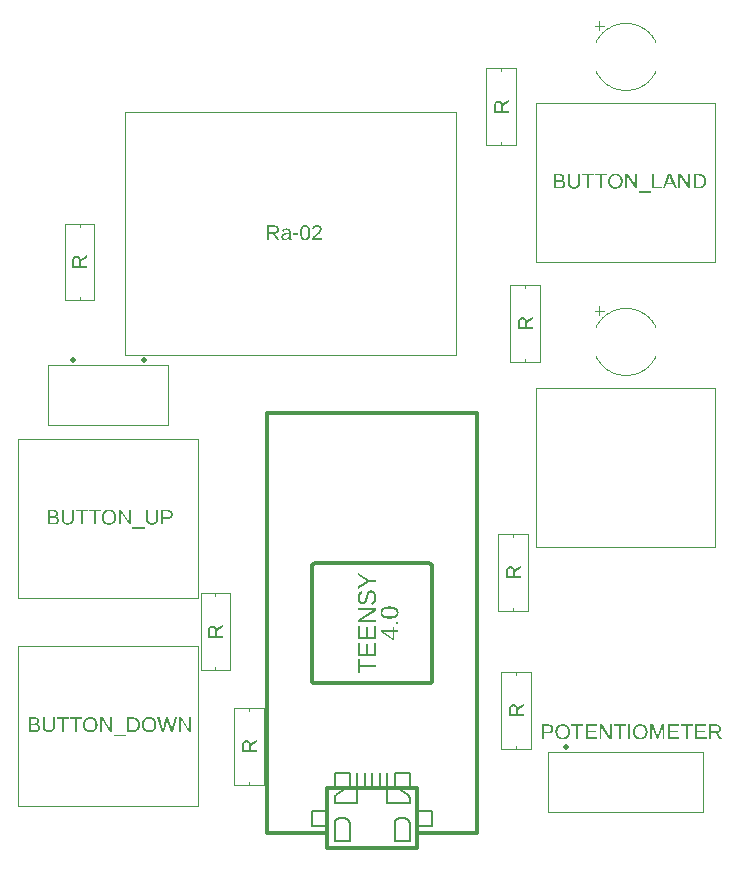
<source format=gbr>
G04 EAGLE Gerber RS-274X export*
G75*
%MOMM*%
%FSLAX34Y34*%
%LPD*%
%INSilkscreen Top*%
%IPPOS*%
%AMOC8*
5,1,8,0,0,1.08239X$1,22.5*%
G01*
G04 Define Apertures*
%ADD10C,0.304800*%
%ADD11C,0.127000*%
%ADD12C,0.120000*%
%ADD13C,0.500000*%
G36*
X776813Y245431D02*
X775889Y245450D01*
X775025Y245508D01*
X774220Y245606D01*
X773475Y245742D01*
X772790Y245917D01*
X772165Y246131D01*
X771600Y246384D01*
X771094Y246676D01*
X770863Y246838D01*
X770648Y247010D01*
X770447Y247194D01*
X770261Y247390D01*
X770090Y247596D01*
X769934Y247814D01*
X769793Y248043D01*
X769667Y248284D01*
X769555Y248535D01*
X769459Y248798D01*
X769377Y249073D01*
X769310Y249358D01*
X769258Y249655D01*
X769221Y249963D01*
X769198Y250283D01*
X769191Y250614D01*
X769199Y250935D01*
X769221Y251247D01*
X769259Y251547D01*
X769311Y251837D01*
X769379Y252116D01*
X769462Y252384D01*
X769559Y252642D01*
X769672Y252888D01*
X769800Y253124D01*
X769943Y253350D01*
X770100Y253565D01*
X770273Y253769D01*
X770461Y253962D01*
X770664Y254144D01*
X770882Y254316D01*
X771115Y254477D01*
X771625Y254769D01*
X772193Y255022D01*
X772818Y255236D01*
X773501Y255412D01*
X774243Y255548D01*
X775042Y255645D01*
X775898Y255704D01*
X776813Y255723D01*
X777714Y255703D01*
X778559Y255641D01*
X779350Y255539D01*
X780085Y255396D01*
X780766Y255212D01*
X781392Y254987D01*
X781964Y254721D01*
X782480Y254414D01*
X782717Y254246D01*
X782938Y254067D01*
X783144Y253879D01*
X783335Y253682D01*
X783511Y253474D01*
X783671Y253257D01*
X783817Y253030D01*
X783946Y252794D01*
X784061Y252547D01*
X784160Y252291D01*
X784244Y252026D01*
X784313Y251750D01*
X784367Y251465D01*
X784405Y251170D01*
X784428Y250865D01*
X784435Y250550D01*
X784428Y250236D01*
X784405Y249932D01*
X784367Y249637D01*
X784314Y249353D01*
X784245Y249078D01*
X784162Y248813D01*
X784063Y248559D01*
X783949Y248314D01*
X783820Y248079D01*
X783676Y247854D01*
X783516Y247639D01*
X783341Y247434D01*
X783151Y247239D01*
X782946Y247054D01*
X782726Y246878D01*
X782490Y246713D01*
X781976Y246413D01*
X781406Y246152D01*
X780780Y245932D01*
X780099Y245751D01*
X779361Y245611D01*
X778568Y245511D01*
X777718Y245451D01*
X776813Y245431D01*
G37*
%LPC*%
G36*
X776813Y247344D02*
X777575Y247356D01*
X778284Y247392D01*
X778941Y247453D01*
X779544Y247537D01*
X780094Y247646D01*
X780592Y247779D01*
X781037Y247936D01*
X781428Y248117D01*
X781771Y248324D01*
X782068Y248560D01*
X782319Y248824D01*
X782525Y249117D01*
X782684Y249438D01*
X782799Y249787D01*
X782867Y250165D01*
X782890Y250572D01*
X782867Y250975D01*
X782797Y251351D01*
X782680Y251700D01*
X782517Y252020D01*
X782307Y252312D01*
X782050Y252576D01*
X781747Y252813D01*
X781397Y253021D01*
X780999Y253203D01*
X780551Y253361D01*
X780053Y253495D01*
X779505Y253605D01*
X778907Y253690D01*
X778259Y253750D01*
X777561Y253787D01*
X776813Y253799D01*
X776039Y253788D01*
X775320Y253753D01*
X774657Y253695D01*
X774048Y253614D01*
X773495Y253510D01*
X772997Y253382D01*
X772554Y253232D01*
X772166Y253058D01*
X771829Y252858D01*
X771536Y252627D01*
X771289Y252367D01*
X771086Y252076D01*
X770928Y251756D01*
X770816Y251405D01*
X770748Y251024D01*
X770726Y250614D01*
X770748Y250193D01*
X770815Y249802D01*
X770926Y249443D01*
X771081Y249114D01*
X771280Y248816D01*
X771524Y248549D01*
X771813Y248312D01*
X772145Y248106D01*
X772529Y247927D01*
X772969Y247773D01*
X773467Y247642D01*
X774022Y247534D01*
X774634Y247451D01*
X775303Y247392D01*
X776030Y247356D01*
X776813Y247344D01*
G37*
%LPD*%
G36*
X765175Y242155D02*
X750362Y242155D01*
X750362Y244489D01*
X763062Y252501D01*
X761285Y252406D01*
X760610Y252382D01*
X760076Y252374D01*
X750362Y252374D01*
X750362Y254183D01*
X765175Y254183D01*
X765175Y251765D01*
X752559Y243838D01*
X753579Y243890D01*
X755335Y243943D01*
X765175Y243943D01*
X765175Y242155D01*
G37*
G36*
X780871Y227146D02*
X779399Y227146D01*
X769412Y233927D01*
X769412Y235914D01*
X779378Y235914D01*
X779378Y237996D01*
X780871Y237996D01*
X780871Y235914D01*
X784225Y235914D01*
X784225Y234127D01*
X780871Y234127D01*
X780871Y227146D01*
G37*
%LPC*%
G36*
X779378Y228891D02*
X779378Y234127D01*
X771546Y234127D01*
X772103Y233833D01*
X772797Y233423D01*
X778390Y229627D01*
X779168Y229059D01*
X779378Y228891D01*
G37*
%LPD*%
G36*
X765175Y213437D02*
X750362Y213437D01*
X750362Y224675D01*
X752002Y224675D01*
X752002Y215445D01*
X756754Y215445D01*
X756754Y224045D01*
X758373Y224045D01*
X758373Y215445D01*
X763535Y215445D01*
X763535Y225107D01*
X765175Y225107D01*
X765175Y213437D01*
G37*
G36*
X765175Y227812D02*
X750362Y227812D01*
X750362Y239050D01*
X752002Y239050D01*
X752002Y229820D01*
X756754Y229820D01*
X756754Y238420D01*
X758373Y238420D01*
X758373Y229820D01*
X763535Y229820D01*
X763535Y239482D01*
X765175Y239482D01*
X765175Y227812D01*
G37*
G36*
X761622Y256929D02*
X761233Y258874D01*
X761555Y258970D01*
X761856Y259090D01*
X762134Y259233D01*
X762390Y259400D01*
X762624Y259591D01*
X762836Y259805D01*
X763026Y260043D01*
X763193Y260304D01*
X763340Y260590D01*
X763467Y260900D01*
X763574Y261235D01*
X763662Y261595D01*
X763731Y261979D01*
X763780Y262388D01*
X763809Y262821D01*
X763819Y263280D01*
X763808Y263752D01*
X763777Y264196D01*
X763725Y264613D01*
X763652Y265002D01*
X763558Y265364D01*
X763443Y265697D01*
X763308Y266003D01*
X763151Y266281D01*
X762975Y266529D01*
X762778Y266743D01*
X762563Y266925D01*
X762327Y267074D01*
X762072Y267189D01*
X761798Y267272D01*
X761504Y267321D01*
X761190Y267338D01*
X760845Y267317D01*
X760533Y267255D01*
X760256Y267151D01*
X760013Y267006D01*
X759797Y266824D01*
X759600Y266608D01*
X759424Y266359D01*
X759267Y266076D01*
X759125Y265762D01*
X758996Y265419D01*
X758878Y265047D01*
X758772Y264646D01*
X758341Y262806D01*
X758147Y261981D01*
X757952Y261262D01*
X757758Y260649D01*
X757563Y260141D01*
X757363Y259711D01*
X757152Y259328D01*
X756930Y258993D01*
X756696Y258706D01*
X756447Y258459D01*
X756177Y258242D01*
X755887Y258057D01*
X755576Y257902D01*
X755244Y257780D01*
X754888Y257693D01*
X754508Y257641D01*
X754105Y257623D01*
X753642Y257646D01*
X753208Y257714D01*
X752800Y257828D01*
X752420Y257987D01*
X752067Y258192D01*
X751741Y258442D01*
X751443Y258738D01*
X751171Y259079D01*
X750930Y259463D01*
X750721Y259886D01*
X750543Y260348D01*
X750399Y260850D01*
X750286Y261390D01*
X750205Y261970D01*
X750157Y262590D01*
X750141Y263248D01*
X750153Y263860D01*
X750189Y264435D01*
X750250Y264973D01*
X750334Y265474D01*
X750443Y265938D01*
X750576Y266365D01*
X750733Y266754D01*
X750914Y267106D01*
X751124Y267428D01*
X751368Y267724D01*
X751646Y267995D01*
X751958Y268242D01*
X752305Y268463D01*
X752685Y268660D01*
X753099Y268831D01*
X753547Y268978D01*
X753894Y267001D01*
X753610Y266911D01*
X753346Y266801D01*
X753102Y266674D01*
X752878Y266528D01*
X752675Y266364D01*
X752492Y266181D01*
X752329Y265980D01*
X752186Y265761D01*
X752061Y265521D01*
X751954Y265259D01*
X751862Y264976D01*
X751788Y264670D01*
X751730Y264342D01*
X751688Y263992D01*
X751663Y263621D01*
X751655Y263227D01*
X751664Y262796D01*
X751692Y262391D01*
X751738Y262013D01*
X751802Y261660D01*
X751885Y261335D01*
X751986Y261035D01*
X752106Y260762D01*
X752244Y260515D01*
X752400Y260295D01*
X752574Y260105D01*
X752767Y259944D01*
X752977Y259813D01*
X753205Y259710D01*
X753452Y259637D01*
X753717Y259593D01*
X753999Y259579D01*
X754326Y259602D01*
X754624Y259670D01*
X754891Y259783D01*
X755130Y259942D01*
X755344Y260143D01*
X755542Y260384D01*
X755723Y260666D01*
X755887Y260988D01*
X756050Y261414D01*
X756232Y262010D01*
X756432Y262776D01*
X756649Y263711D01*
X756969Y265072D01*
X757148Y265736D01*
X757358Y266370D01*
X757604Y266971D01*
X757889Y267532D01*
X758050Y267794D01*
X758228Y268038D01*
X758424Y268264D01*
X758636Y268473D01*
X758866Y268662D01*
X759117Y268829D01*
X759387Y268975D01*
X759677Y269099D01*
X759989Y269198D01*
X760328Y269268D01*
X760694Y269311D01*
X761085Y269325D01*
X761338Y269318D01*
X761583Y269300D01*
X761822Y269268D01*
X762053Y269224D01*
X762493Y269099D01*
X762904Y268924D01*
X763287Y268698D01*
X763640Y268423D01*
X763965Y268097D01*
X764260Y267721D01*
X764524Y267300D01*
X764753Y266838D01*
X764946Y266335D01*
X765104Y265791D01*
X765227Y265206D01*
X765315Y264580D01*
X765368Y263914D01*
X765385Y263206D01*
X765371Y262547D01*
X765326Y261923D01*
X765253Y261336D01*
X765150Y260783D01*
X765018Y260267D01*
X764856Y259785D01*
X764665Y259340D01*
X764444Y258930D01*
X764194Y258555D01*
X763915Y258216D01*
X763606Y257913D01*
X763268Y257645D01*
X762901Y257413D01*
X762504Y257216D01*
X762077Y257055D01*
X761622Y256929D01*
G37*
G36*
X750362Y270800D02*
X750362Y273008D01*
X757416Y277518D01*
X750362Y282007D01*
X750362Y284215D01*
X759035Y278496D01*
X765175Y278496D01*
X765175Y276498D01*
X759035Y276498D01*
X750362Y270800D01*
G37*
G36*
X752002Y199029D02*
X750362Y199029D01*
X750362Y211204D01*
X752002Y211204D01*
X752002Y206115D01*
X765175Y206115D01*
X765175Y204118D01*
X752002Y204118D01*
X752002Y199029D01*
G37*
G36*
X784225Y240587D02*
X781923Y240587D01*
X781923Y242637D01*
X784225Y242637D01*
X784225Y240587D01*
G37*
G36*
X520507Y542358D02*
X508166Y542358D01*
X508166Y548165D01*
X508180Y548671D01*
X508224Y549148D01*
X508297Y549595D01*
X508399Y550012D01*
X508530Y550399D01*
X508690Y550757D01*
X508880Y551085D01*
X509099Y551384D01*
X509343Y551650D01*
X509611Y551880D01*
X509901Y552075D01*
X510214Y552234D01*
X510550Y552359D01*
X510909Y552447D01*
X511291Y552500D01*
X511695Y552518D01*
X512032Y552505D01*
X512356Y552468D01*
X512665Y552405D01*
X512961Y552318D01*
X513243Y552205D01*
X513512Y552067D01*
X513767Y551904D01*
X514008Y551717D01*
X514231Y551507D01*
X514433Y551278D01*
X514613Y551030D01*
X514679Y550919D01*
X514772Y550763D01*
X514909Y550477D01*
X515024Y550172D01*
X515118Y549848D01*
X515190Y549505D01*
X517453Y550996D01*
X520507Y553008D01*
X520507Y551082D01*
X515383Y547876D01*
X515383Y544031D01*
X520507Y544031D01*
X520507Y542358D01*
G37*
%LPC*%
G36*
X514060Y544031D02*
X514060Y548069D01*
X514051Y548390D01*
X514022Y548692D01*
X513973Y548976D01*
X513906Y549241D01*
X513819Y549487D01*
X513713Y549715D01*
X513588Y549924D01*
X513443Y550114D01*
X513281Y550283D01*
X513103Y550430D01*
X512910Y550554D01*
X512702Y550656D01*
X512478Y550735D01*
X512238Y550791D01*
X511983Y550825D01*
X511713Y550836D01*
X511452Y550825D01*
X511206Y550791D01*
X510977Y550734D01*
X510764Y550654D01*
X510567Y550551D01*
X510385Y550425D01*
X510220Y550276D01*
X510071Y550105D01*
X509938Y549912D01*
X509824Y549699D01*
X509727Y549466D01*
X509647Y549213D01*
X509585Y548939D01*
X509541Y548646D01*
X509515Y548332D01*
X509506Y547999D01*
X509506Y544031D01*
X514060Y544031D01*
G37*
%LPD*%
G36*
X877770Y673859D02*
X865429Y673859D01*
X865429Y679666D01*
X865444Y680172D01*
X865488Y680648D01*
X865560Y681095D01*
X865662Y681512D01*
X865794Y681900D01*
X865954Y682258D01*
X866143Y682586D01*
X866362Y682884D01*
X866607Y683150D01*
X866874Y683380D01*
X867164Y683575D01*
X867478Y683735D01*
X867814Y683859D01*
X868173Y683948D01*
X868554Y684001D01*
X868959Y684019D01*
X869296Y684006D01*
X869619Y683968D01*
X869929Y683906D01*
X870225Y683818D01*
X870507Y683705D01*
X870775Y683568D01*
X871030Y683405D01*
X871271Y683217D01*
X871495Y683007D01*
X871697Y682778D01*
X871877Y682530D01*
X871943Y682420D01*
X872035Y682264D01*
X872172Y681978D01*
X872288Y681673D01*
X872382Y681349D01*
X872454Y681006D01*
X874717Y682497D01*
X877770Y684509D01*
X877770Y682582D01*
X872646Y679376D01*
X872646Y675531D01*
X877770Y675531D01*
X877770Y673859D01*
G37*
%LPC*%
G36*
X871324Y675531D02*
X871324Y679569D01*
X871314Y679890D01*
X871285Y680193D01*
X871237Y680477D01*
X871169Y680742D01*
X871083Y680988D01*
X870976Y681215D01*
X870851Y681424D01*
X870706Y681614D01*
X870544Y681784D01*
X870367Y681930D01*
X870174Y682055D01*
X869965Y682156D01*
X869741Y682235D01*
X869502Y682292D01*
X869247Y682326D01*
X868976Y682337D01*
X868715Y682325D01*
X868470Y682291D01*
X868241Y682234D01*
X868027Y682154D01*
X867830Y682051D01*
X867649Y681925D01*
X867483Y681777D01*
X867334Y681606D01*
X867202Y681413D01*
X867087Y681200D01*
X866990Y680966D01*
X866911Y680713D01*
X866849Y680440D01*
X866805Y680146D01*
X866778Y679833D01*
X866769Y679499D01*
X866769Y675531D01*
X871324Y675531D01*
G37*
%LPD*%
G36*
X923386Y143255D02*
X922919Y143267D01*
X922468Y143303D01*
X922033Y143363D01*
X921615Y143448D01*
X921213Y143556D01*
X920828Y143688D01*
X920459Y143845D01*
X920106Y144026D01*
X919771Y144229D01*
X919457Y144454D01*
X919163Y144700D01*
X918889Y144968D01*
X918636Y145258D01*
X918403Y145568D01*
X918191Y145901D01*
X917999Y146255D01*
X917829Y146627D01*
X917681Y147014D01*
X917556Y147417D01*
X917454Y147834D01*
X917374Y148267D01*
X917318Y148716D01*
X917284Y149179D01*
X917272Y149657D01*
X917278Y150022D01*
X917297Y150377D01*
X917329Y150722D01*
X917373Y151057D01*
X917430Y151381D01*
X917500Y151696D01*
X917582Y152000D01*
X917677Y152295D01*
X917785Y152579D01*
X917905Y152853D01*
X918038Y153117D01*
X918184Y153371D01*
X918513Y153849D01*
X918892Y154286D01*
X919317Y154677D01*
X919545Y154853D01*
X919782Y155016D01*
X920029Y155166D01*
X920286Y155303D01*
X920553Y155427D01*
X920830Y155538D01*
X921117Y155635D01*
X921414Y155720D01*
X921721Y155792D01*
X922037Y155850D01*
X922364Y155896D01*
X922700Y155929D01*
X923047Y155948D01*
X923403Y155955D01*
X923866Y155943D01*
X924313Y155908D01*
X924745Y155849D01*
X925161Y155768D01*
X925562Y155662D01*
X925947Y155533D01*
X926316Y155381D01*
X926670Y155206D01*
X927006Y155008D01*
X927321Y154789D01*
X927616Y154549D01*
X927891Y154287D01*
X928145Y154005D01*
X928379Y153701D01*
X928592Y153376D01*
X928785Y153029D01*
X928957Y152664D01*
X929105Y152283D01*
X929231Y151886D01*
X929334Y151473D01*
X929414Y151043D01*
X929471Y150597D01*
X929505Y150135D01*
X929517Y149657D01*
X929505Y149181D01*
X929470Y148720D01*
X929413Y148273D01*
X929332Y147842D01*
X929227Y147426D01*
X929100Y147025D01*
X928950Y146639D01*
X928776Y146268D01*
X928581Y145915D01*
X928366Y145583D01*
X928131Y145272D01*
X927875Y144982D01*
X927600Y144714D01*
X927304Y144466D01*
X926988Y144240D01*
X926653Y144034D01*
X926299Y143852D01*
X925929Y143693D01*
X925544Y143559D01*
X925144Y143450D01*
X924728Y143364D01*
X924296Y143304D01*
X923849Y143267D01*
X923386Y143255D01*
G37*
%LPC*%
G36*
X923386Y144612D02*
X923904Y144633D01*
X924392Y144695D01*
X924849Y144798D01*
X925274Y144942D01*
X925669Y145127D01*
X926032Y145354D01*
X926364Y145622D01*
X926666Y145931D01*
X926934Y146277D01*
X927166Y146658D01*
X927362Y147073D01*
X927523Y147521D01*
X927648Y148004D01*
X927737Y148521D01*
X927791Y149072D01*
X927809Y149657D01*
X927791Y150218D01*
X927737Y150747D01*
X927647Y151246D01*
X927521Y151713D01*
X927359Y152150D01*
X927161Y152556D01*
X926927Y152931D01*
X926657Y153275D01*
X926354Y153583D01*
X926022Y153849D01*
X925659Y154075D01*
X925268Y154260D01*
X924846Y154404D01*
X924395Y154506D01*
X923914Y154568D01*
X923403Y154588D01*
X922888Y154568D01*
X922404Y154507D01*
X921949Y154406D01*
X921524Y154264D01*
X921130Y154082D01*
X920766Y153859D01*
X920432Y153596D01*
X920127Y153292D01*
X919856Y152952D01*
X919622Y152579D01*
X919423Y152173D01*
X919260Y151735D01*
X919134Y151265D01*
X919044Y150761D01*
X918989Y150226D01*
X918971Y149657D01*
X918990Y149092D01*
X919044Y148557D01*
X919136Y148051D01*
X919264Y147576D01*
X919428Y147131D01*
X919629Y146715D01*
X919867Y146330D01*
X920141Y145974D01*
X920447Y145655D01*
X920782Y145379D01*
X921145Y145144D01*
X921536Y144953D01*
X921956Y144804D01*
X922404Y144698D01*
X922881Y144634D01*
X923386Y144612D01*
G37*
%LPD*%
G36*
X989167Y143255D02*
X988700Y143267D01*
X988249Y143303D01*
X987815Y143363D01*
X987397Y143448D01*
X986995Y143556D01*
X986609Y143688D01*
X986240Y143845D01*
X985887Y144026D01*
X985552Y144229D01*
X985238Y144454D01*
X984944Y144700D01*
X984670Y144968D01*
X984417Y145258D01*
X984185Y145568D01*
X983972Y145901D01*
X983780Y146255D01*
X983610Y146627D01*
X983462Y147014D01*
X983337Y147417D01*
X983235Y147834D01*
X983156Y148267D01*
X983099Y148716D01*
X983065Y149179D01*
X983053Y149657D01*
X983060Y150022D01*
X983079Y150377D01*
X983110Y150722D01*
X983155Y151057D01*
X983212Y151381D01*
X983281Y151696D01*
X983364Y152000D01*
X983458Y152295D01*
X983566Y152579D01*
X983686Y152853D01*
X983819Y153117D01*
X983965Y153371D01*
X984294Y153849D01*
X984674Y154286D01*
X985099Y154677D01*
X985326Y154853D01*
X985563Y155016D01*
X985810Y155166D01*
X986068Y155303D01*
X986335Y155427D01*
X986612Y155538D01*
X986898Y155635D01*
X987195Y155720D01*
X987502Y155792D01*
X987819Y155850D01*
X988145Y155896D01*
X988482Y155929D01*
X988828Y155948D01*
X989184Y155955D01*
X989647Y155943D01*
X990095Y155908D01*
X990526Y155849D01*
X990943Y155768D01*
X991343Y155662D01*
X991728Y155533D01*
X992098Y155381D01*
X992451Y155206D01*
X992787Y155008D01*
X993102Y154789D01*
X993397Y154549D01*
X993672Y154287D01*
X993926Y154005D01*
X994160Y153701D01*
X994373Y153376D01*
X994566Y153029D01*
X994738Y152664D01*
X994886Y152283D01*
X995012Y151886D01*
X995115Y151473D01*
X995195Y151043D01*
X995252Y150597D01*
X995286Y150135D01*
X995298Y149657D01*
X995286Y149181D01*
X995252Y148720D01*
X995194Y148273D01*
X995113Y147842D01*
X995009Y147426D01*
X994882Y147025D01*
X994731Y146639D01*
X994558Y146268D01*
X994363Y145915D01*
X994147Y145583D01*
X993912Y145272D01*
X993657Y144982D01*
X993381Y144714D01*
X993085Y144466D01*
X992770Y144240D01*
X992434Y144034D01*
X992080Y143852D01*
X991711Y143693D01*
X991326Y143559D01*
X990925Y143450D01*
X990509Y143364D01*
X990077Y143304D01*
X989630Y143267D01*
X989167Y143255D01*
G37*
%LPC*%
G36*
X989167Y144612D02*
X989686Y144633D01*
X990173Y144695D01*
X990630Y144798D01*
X991055Y144942D01*
X991450Y145127D01*
X991813Y145354D01*
X992146Y145622D01*
X992447Y145931D01*
X992715Y146277D01*
X992947Y146658D01*
X993143Y147073D01*
X993304Y147521D01*
X993429Y148004D01*
X993518Y148521D01*
X993572Y149072D01*
X993590Y149657D01*
X993572Y150218D01*
X993518Y150747D01*
X993428Y151246D01*
X993302Y151713D01*
X993140Y152150D01*
X992942Y152556D01*
X992708Y152931D01*
X992438Y153275D01*
X992135Y153583D01*
X991803Y153849D01*
X991441Y154075D01*
X991049Y154260D01*
X990627Y154404D01*
X990176Y154506D01*
X989695Y154568D01*
X989184Y154588D01*
X988670Y154568D01*
X988185Y154507D01*
X987730Y154406D01*
X987306Y154264D01*
X986911Y154082D01*
X986547Y153859D01*
X986213Y153596D01*
X985909Y153292D01*
X985638Y152952D01*
X985403Y152579D01*
X985204Y152173D01*
X985042Y151735D01*
X984915Y151265D01*
X984825Y150761D01*
X984771Y150226D01*
X984753Y149657D01*
X984771Y149092D01*
X984826Y148557D01*
X984917Y148051D01*
X985045Y147576D01*
X985209Y147131D01*
X985410Y146715D01*
X985648Y146330D01*
X985922Y145974D01*
X986228Y145655D01*
X986563Y145379D01*
X986926Y145144D01*
X987318Y144953D01*
X987738Y144804D01*
X988186Y144698D01*
X988662Y144634D01*
X989167Y144612D01*
G37*
%LPD*%
G36*
X1049129Y143430D02*
X1047456Y143430D01*
X1047456Y155771D01*
X1053263Y155771D01*
X1053770Y155756D01*
X1054246Y155712D01*
X1054693Y155640D01*
X1055110Y155538D01*
X1055498Y155406D01*
X1055856Y155246D01*
X1056184Y155057D01*
X1056482Y154838D01*
X1056748Y154593D01*
X1056978Y154326D01*
X1057173Y154036D01*
X1057333Y153722D01*
X1057457Y153386D01*
X1057546Y153027D01*
X1057599Y152646D01*
X1057616Y152241D01*
X1057604Y151904D01*
X1057566Y151581D01*
X1057504Y151271D01*
X1057416Y150975D01*
X1057303Y150693D01*
X1057166Y150425D01*
X1057003Y150170D01*
X1056815Y149929D01*
X1056605Y149705D01*
X1056376Y149504D01*
X1056128Y149323D01*
X1056017Y149257D01*
X1055861Y149165D01*
X1055575Y149028D01*
X1055270Y148912D01*
X1054946Y148819D01*
X1054603Y148746D01*
X1056095Y146483D01*
X1058107Y143430D01*
X1056180Y143430D01*
X1052974Y148554D01*
X1049129Y148554D01*
X1049129Y143430D01*
G37*
%LPC*%
G36*
X1053167Y149876D02*
X1053488Y149886D01*
X1053791Y149915D01*
X1054075Y149963D01*
X1054340Y150031D01*
X1054586Y150117D01*
X1054813Y150224D01*
X1055022Y150349D01*
X1055212Y150494D01*
X1055382Y150656D01*
X1055528Y150833D01*
X1055653Y151026D01*
X1055754Y151235D01*
X1055833Y151459D01*
X1055890Y151698D01*
X1055923Y151953D01*
X1055935Y152224D01*
X1055923Y152485D01*
X1055889Y152730D01*
X1055832Y152960D01*
X1055752Y153173D01*
X1055649Y153370D01*
X1055523Y153551D01*
X1055375Y153717D01*
X1055203Y153866D01*
X1055011Y153998D01*
X1054798Y154113D01*
X1054564Y154210D01*
X1054311Y154290D01*
X1054038Y154351D01*
X1053744Y154395D01*
X1053431Y154422D01*
X1053097Y154431D01*
X1049129Y154431D01*
X1049129Y149876D01*
X1053167Y149876D01*
G37*
%LPD*%
G36*
X907629Y143430D02*
X905956Y143430D01*
X905956Y155771D01*
X911150Y155771D01*
X911655Y155756D01*
X912130Y155710D01*
X912575Y155634D01*
X912992Y155528D01*
X913379Y155391D01*
X913737Y155224D01*
X914065Y155026D01*
X914365Y154799D01*
X914632Y154543D01*
X914863Y154263D01*
X915059Y153957D01*
X915219Y153627D01*
X915343Y153272D01*
X915432Y152892D01*
X915486Y152487D01*
X915503Y152057D01*
X915485Y151630D01*
X915432Y151226D01*
X915343Y150844D01*
X915218Y150485D01*
X915057Y150148D01*
X914860Y149834D01*
X914628Y149542D01*
X914360Y149272D01*
X914062Y149030D01*
X913738Y148820D01*
X913388Y148642D01*
X913013Y148497D01*
X912612Y148384D01*
X912185Y148303D01*
X911733Y148255D01*
X911255Y148238D01*
X907629Y148238D01*
X907629Y143430D01*
G37*
%LPC*%
G36*
X911019Y149561D02*
X911358Y149571D01*
X911676Y149600D01*
X911971Y149648D01*
X912245Y149716D01*
X912497Y149803D01*
X912727Y149910D01*
X912935Y150035D01*
X913121Y150181D01*
X913285Y150345D01*
X913428Y150529D01*
X913548Y150733D01*
X913647Y150955D01*
X913723Y151197D01*
X913778Y151459D01*
X913811Y151739D01*
X913822Y152040D01*
X913810Y152329D01*
X913777Y152600D01*
X913721Y152852D01*
X913642Y153086D01*
X913541Y153301D01*
X913418Y153497D01*
X913272Y153674D01*
X913103Y153833D01*
X912913Y153973D01*
X912699Y154094D01*
X912464Y154197D01*
X912206Y154281D01*
X911925Y154347D01*
X911622Y154393D01*
X911297Y154421D01*
X910949Y154431D01*
X907629Y154431D01*
X907629Y149561D01*
X911019Y149561D01*
G37*
%LPD*%
G36*
X999102Y143430D02*
X997613Y143430D01*
X997613Y155771D01*
X999811Y155771D01*
X1003096Y147214D01*
X1003267Y146678D01*
X1003433Y146106D01*
X1003647Y145252D01*
X1003756Y145693D01*
X1003941Y146316D01*
X1004128Y146897D01*
X1004243Y147214D01*
X1007466Y155771D01*
X1009612Y155771D01*
X1009612Y143430D01*
X1008105Y143430D01*
X1008105Y151663D01*
X1008125Y153003D01*
X1008184Y154291D01*
X1007777Y152894D01*
X1007590Y152323D01*
X1007414Y151838D01*
X1004225Y143430D01*
X1003052Y143430D01*
X999820Y151838D01*
X999329Y153327D01*
X999040Y154291D01*
X999067Y153318D01*
X999102Y151663D01*
X999102Y143430D01*
G37*
G36*
X956258Y143430D02*
X954769Y143430D01*
X954769Y155771D01*
X956713Y155771D01*
X963387Y145190D01*
X963309Y146671D01*
X963282Y147678D01*
X963282Y155771D01*
X964789Y155771D01*
X964789Y143430D01*
X962774Y143430D01*
X956170Y153940D01*
X956214Y153091D01*
X956258Y151628D01*
X956258Y143430D01*
G37*
G36*
X952522Y143430D02*
X942800Y143430D01*
X942800Y155771D01*
X952163Y155771D01*
X952163Y154404D01*
X944473Y154404D01*
X944473Y150446D01*
X951638Y150446D01*
X951638Y149097D01*
X944473Y149097D01*
X944473Y144796D01*
X952522Y144796D01*
X952522Y143430D01*
G37*
G36*
X1022272Y143430D02*
X1012550Y143430D01*
X1012550Y155771D01*
X1021913Y155771D01*
X1021913Y154404D01*
X1014223Y154404D01*
X1014223Y150446D01*
X1021388Y150446D01*
X1021388Y149097D01*
X1014223Y149097D01*
X1014223Y144796D01*
X1022272Y144796D01*
X1022272Y143430D01*
G37*
G36*
X1045210Y143430D02*
X1035488Y143430D01*
X1035488Y155771D01*
X1044851Y155771D01*
X1044851Y154404D01*
X1037161Y154404D01*
X1037161Y150446D01*
X1044325Y150446D01*
X1044325Y149097D01*
X1037161Y149097D01*
X1037161Y144796D01*
X1045210Y144796D01*
X1045210Y143430D01*
G37*
G36*
X936697Y143430D02*
X935033Y143430D01*
X935033Y154404D01*
X930794Y154404D01*
X930794Y155771D01*
X940937Y155771D01*
X940937Y154404D01*
X936697Y154404D01*
X936697Y143430D01*
G37*
G36*
X972572Y143430D02*
X970908Y143430D01*
X970908Y154404D01*
X966669Y154404D01*
X966669Y155771D01*
X976812Y155771D01*
X976812Y154404D01*
X972572Y154404D01*
X972572Y143430D01*
G37*
G36*
X1029354Y143430D02*
X1027690Y143430D01*
X1027690Y154404D01*
X1023450Y154404D01*
X1023450Y155771D01*
X1033593Y155771D01*
X1033593Y154404D01*
X1029354Y154404D01*
X1029354Y143430D01*
G37*
G36*
X980532Y143430D02*
X978859Y143430D01*
X978859Y155771D01*
X980532Y155771D01*
X980532Y143430D01*
G37*
G36*
X705374Y565885D02*
X705112Y565891D01*
X704859Y565910D01*
X704613Y565942D01*
X704376Y565986D01*
X703927Y566113D01*
X703511Y566290D01*
X703128Y566518D01*
X702778Y566796D01*
X702461Y567125D01*
X702177Y567505D01*
X701927Y567933D01*
X701710Y568408D01*
X701526Y568930D01*
X701376Y569498D01*
X701259Y570112D01*
X701176Y570773D01*
X701126Y571481D01*
X701109Y572235D01*
X701125Y573005D01*
X701174Y573725D01*
X701255Y574395D01*
X701368Y575015D01*
X701514Y575586D01*
X701693Y576107D01*
X701904Y576578D01*
X702147Y576999D01*
X702425Y577371D01*
X702741Y577693D01*
X703095Y577965D01*
X703486Y578188D01*
X703915Y578362D01*
X704143Y578430D01*
X704381Y578485D01*
X704628Y578529D01*
X704885Y578560D01*
X705151Y578578D01*
X705427Y578585D01*
X705695Y578578D01*
X705954Y578559D01*
X706205Y578528D01*
X706446Y578484D01*
X706678Y578428D01*
X706902Y578359D01*
X707322Y578184D01*
X707707Y577958D01*
X708055Y577683D01*
X708368Y577357D01*
X708646Y576982D01*
X708889Y576557D01*
X709100Y576084D01*
X709278Y575563D01*
X709424Y574994D01*
X709538Y574376D01*
X709619Y573710D01*
X709667Y572997D01*
X709684Y572235D01*
X709667Y571484D01*
X709615Y570780D01*
X709530Y570121D01*
X709411Y569508D01*
X709258Y568941D01*
X709070Y568420D01*
X708849Y567944D01*
X708593Y567514D01*
X708304Y567132D01*
X707983Y566801D01*
X707629Y566521D01*
X707243Y566292D01*
X706825Y566114D01*
X706374Y565986D01*
X706136Y565942D01*
X705890Y565910D01*
X705636Y565891D01*
X705374Y565885D01*
G37*
%LPC*%
G36*
X705392Y567172D02*
X705728Y567192D01*
X706042Y567250D01*
X706332Y567347D01*
X706598Y567483D01*
X706842Y567658D01*
X707062Y567872D01*
X707259Y568124D01*
X707433Y568416D01*
X707585Y568748D01*
X707716Y569121D01*
X707828Y569536D01*
X707919Y569992D01*
X707990Y570491D01*
X708040Y571030D01*
X708071Y571612D01*
X708081Y572235D01*
X708071Y572879D01*
X708042Y573478D01*
X707994Y574031D01*
X707926Y574538D01*
X707840Y574999D01*
X707733Y575414D01*
X707608Y575783D01*
X707463Y576106D01*
X707296Y576387D01*
X707104Y576631D01*
X706887Y576837D01*
X706645Y577006D01*
X706378Y577137D01*
X706086Y577231D01*
X705769Y577287D01*
X705427Y577306D01*
X705076Y577287D01*
X704751Y577232D01*
X704452Y577140D01*
X704178Y577010D01*
X703929Y576844D01*
X703707Y576641D01*
X703510Y576401D01*
X703338Y576123D01*
X703189Y575804D01*
X703060Y575437D01*
X702951Y575022D01*
X702862Y574560D01*
X702792Y574050D01*
X702743Y573493D01*
X702713Y572887D01*
X702703Y572235D01*
X702713Y571600D01*
X702743Y571009D01*
X702794Y570462D01*
X702864Y569960D01*
X702954Y569501D01*
X703065Y569086D01*
X703196Y568716D01*
X703347Y568390D01*
X703520Y568104D01*
X703716Y567857D01*
X703936Y567648D01*
X704180Y567477D01*
X704447Y567343D01*
X704739Y567248D01*
X705053Y567191D01*
X705392Y567172D01*
G37*
%LPD*%
G36*
X674678Y566060D02*
X673005Y566060D01*
X673005Y578401D01*
X678812Y578401D01*
X679318Y578386D01*
X679794Y578342D01*
X680241Y578269D01*
X680659Y578167D01*
X681046Y578036D01*
X681404Y577876D01*
X681732Y577686D01*
X682030Y577468D01*
X682296Y577223D01*
X682527Y576956D01*
X682722Y576665D01*
X682881Y576352D01*
X683005Y576016D01*
X683094Y575657D01*
X683147Y575276D01*
X683165Y574871D01*
X683152Y574534D01*
X683115Y574211D01*
X683052Y573901D01*
X682964Y573605D01*
X682852Y573323D01*
X682714Y573055D01*
X682551Y572800D01*
X682363Y572559D01*
X682153Y572335D01*
X681924Y572133D01*
X681677Y571953D01*
X681566Y571887D01*
X681410Y571794D01*
X681124Y571657D01*
X680819Y571542D01*
X680495Y571448D01*
X680152Y571376D01*
X681643Y569113D01*
X683655Y566060D01*
X681728Y566060D01*
X678523Y571184D01*
X674678Y571184D01*
X674678Y566060D01*
G37*
%LPC*%
G36*
X678715Y572506D02*
X679037Y572516D01*
X679339Y572545D01*
X679623Y572593D01*
X679888Y572660D01*
X680134Y572747D01*
X680362Y572853D01*
X680570Y572979D01*
X680760Y573124D01*
X680930Y573286D01*
X681077Y573463D01*
X681201Y573656D01*
X681302Y573865D01*
X681381Y574089D01*
X681438Y574328D01*
X681472Y574583D01*
X681483Y574853D01*
X681472Y575115D01*
X681437Y575360D01*
X681380Y575589D01*
X681300Y575803D01*
X681197Y576000D01*
X681072Y576181D01*
X680923Y576346D01*
X680752Y576496D01*
X680559Y576628D01*
X680346Y576743D01*
X680113Y576840D01*
X679859Y576919D01*
X679586Y576981D01*
X679292Y577025D01*
X678979Y577052D01*
X678645Y577061D01*
X674678Y577061D01*
X674678Y572506D01*
X678715Y572506D01*
G37*
%LPD*%
G36*
X688097Y565885D02*
X687751Y565896D01*
X687427Y565932D01*
X687126Y565991D01*
X686847Y566073D01*
X686589Y566179D01*
X686354Y566308D01*
X686142Y566461D01*
X685951Y566638D01*
X685783Y566835D01*
X685637Y567050D01*
X685513Y567282D01*
X685412Y567531D01*
X685334Y567798D01*
X685278Y568083D01*
X685244Y568385D01*
X685233Y568705D01*
X685248Y569062D01*
X685293Y569398D01*
X685369Y569712D01*
X685475Y570006D01*
X685611Y570277D01*
X685777Y570528D01*
X685974Y570757D01*
X686201Y570965D01*
X686461Y571150D01*
X686759Y571313D01*
X687093Y571452D01*
X687465Y571569D01*
X687874Y571663D01*
X688320Y571733D01*
X688803Y571781D01*
X689323Y571805D01*
X691451Y571840D01*
X691451Y572357D01*
X691444Y572636D01*
X691421Y572894D01*
X691382Y573132D01*
X691329Y573349D01*
X691260Y573546D01*
X691175Y573722D01*
X691076Y573877D01*
X690961Y574013D01*
X690829Y574130D01*
X690681Y574231D01*
X690514Y574317D01*
X690330Y574387D01*
X690129Y574442D01*
X689910Y574481D01*
X689673Y574504D01*
X689419Y574512D01*
X688926Y574489D01*
X688706Y574461D01*
X688504Y574422D01*
X688320Y574372D01*
X688155Y574310D01*
X688007Y574237D01*
X687878Y574153D01*
X687763Y574056D01*
X687661Y573946D01*
X687571Y573823D01*
X687492Y573686D01*
X687426Y573536D01*
X687372Y573373D01*
X687330Y573196D01*
X687300Y573005D01*
X685653Y573154D01*
X685715Y573464D01*
X685801Y573754D01*
X685910Y574023D01*
X686042Y574273D01*
X686197Y574503D01*
X686377Y574713D01*
X686579Y574903D01*
X686805Y575072D01*
X687054Y575222D01*
X687327Y575352D01*
X687623Y575462D01*
X687942Y575552D01*
X688285Y575622D01*
X688652Y575672D01*
X689041Y575702D01*
X689454Y575712D01*
X689887Y575699D01*
X690292Y575661D01*
X690670Y575597D01*
X691020Y575507D01*
X691342Y575392D01*
X691637Y575251D01*
X691904Y575085D01*
X692143Y574893D01*
X692355Y574677D01*
X692538Y574438D01*
X692693Y574176D01*
X692820Y573891D01*
X692919Y573583D01*
X692989Y573253D01*
X693031Y572900D01*
X693045Y572524D01*
X693045Y568442D01*
X693057Y568113D01*
X693091Y567828D01*
X693149Y567586D01*
X693229Y567387D01*
X693342Y567232D01*
X693496Y567121D01*
X693692Y567054D01*
X693930Y567032D01*
X694173Y567047D01*
X694447Y567093D01*
X694447Y566112D01*
X694147Y566051D01*
X693845Y566007D01*
X693539Y565981D01*
X693229Y565972D01*
X693018Y565979D01*
X692821Y566001D01*
X692640Y566037D01*
X692473Y566087D01*
X692321Y566152D01*
X692184Y566231D01*
X692062Y566324D01*
X691955Y566432D01*
X691861Y566555D01*
X691777Y566695D01*
X691705Y566850D01*
X691643Y567022D01*
X691592Y567210D01*
X691552Y567415D01*
X691504Y567873D01*
X691451Y567873D01*
X691137Y567369D01*
X690970Y567148D01*
X690798Y566946D01*
X690619Y566763D01*
X690434Y566601D01*
X690243Y566458D01*
X690046Y566336D01*
X689840Y566230D01*
X689623Y566138D01*
X689396Y566061D01*
X689158Y565997D01*
X688909Y565948D01*
X688649Y565913D01*
X688378Y565892D01*
X688097Y565885D01*
G37*
%LPC*%
G36*
X688456Y567067D02*
X688670Y567073D01*
X688877Y567092D01*
X689275Y567166D01*
X689648Y567289D01*
X689997Y567461D01*
X690317Y567677D01*
X690601Y567929D01*
X690849Y568217D01*
X691062Y568543D01*
X691232Y568889D01*
X691354Y569240D01*
X691427Y569596D01*
X691451Y569957D01*
X691451Y570737D01*
X689726Y570702D01*
X689203Y570681D01*
X688748Y570636D01*
X688360Y570567D01*
X688040Y570474D01*
X687770Y570355D01*
X687533Y570207D01*
X687330Y570031D01*
X687160Y569826D01*
X687026Y569590D01*
X686930Y569320D01*
X686872Y569016D01*
X686853Y568679D01*
X686860Y568491D01*
X686879Y568315D01*
X686912Y568150D01*
X686957Y567995D01*
X687016Y567852D01*
X687087Y567720D01*
X687172Y567598D01*
X687269Y567487D01*
X687379Y567389D01*
X687499Y567304D01*
X687631Y567231D01*
X687774Y567172D01*
X687928Y567126D01*
X688093Y567093D01*
X688269Y567074D01*
X688456Y567067D01*
G37*
%LPD*%
G36*
X719482Y566060D02*
X711310Y566060D01*
X711310Y567172D01*
X711546Y567669D01*
X711806Y568137D01*
X712091Y568574D01*
X712401Y568981D01*
X712727Y569363D01*
X713061Y569727D01*
X713403Y570073D01*
X713754Y570400D01*
X714460Y571012D01*
X715160Y571578D01*
X715822Y572121D01*
X716417Y572664D01*
X716683Y572939D01*
X716924Y573220D01*
X717137Y573508D01*
X717323Y573802D01*
X717474Y574110D01*
X717583Y574437D01*
X717647Y574784D01*
X717669Y575151D01*
X717660Y575398D01*
X717632Y575631D01*
X717585Y575849D01*
X717520Y576053D01*
X717436Y576243D01*
X717334Y576419D01*
X717213Y576580D01*
X717074Y576728D01*
X716917Y576859D01*
X716747Y576973D01*
X716562Y577069D01*
X716362Y577148D01*
X716148Y577209D01*
X715919Y577253D01*
X715676Y577280D01*
X715418Y577288D01*
X715172Y577280D01*
X714937Y577254D01*
X714713Y577211D01*
X714500Y577151D01*
X714298Y577074D01*
X714107Y576980D01*
X713927Y576869D01*
X713758Y576741D01*
X713604Y576597D01*
X713466Y576440D01*
X713345Y576268D01*
X713241Y576083D01*
X713153Y575884D01*
X713083Y575671D01*
X713029Y575444D01*
X712992Y575204D01*
X711380Y575353D01*
X711438Y575713D01*
X711525Y576055D01*
X711639Y576378D01*
X711782Y576682D01*
X711954Y576967D01*
X712153Y577233D01*
X712381Y577480D01*
X712637Y577709D01*
X712917Y577914D01*
X713217Y578092D01*
X713535Y578242D01*
X713873Y578366D01*
X714231Y578461D01*
X714607Y578530D01*
X715003Y578571D01*
X715418Y578585D01*
X715871Y578571D01*
X716297Y578530D01*
X716696Y578461D01*
X717068Y578364D01*
X717413Y578241D01*
X717731Y578089D01*
X718022Y577911D01*
X718287Y577704D01*
X718522Y577473D01*
X718725Y577218D01*
X718898Y576940D01*
X719039Y576639D01*
X719148Y576315D01*
X719227Y575968D01*
X719274Y575597D01*
X719289Y575204D01*
X719269Y574845D01*
X719207Y574488D01*
X719105Y574131D01*
X718961Y573776D01*
X718777Y573421D01*
X718553Y573067D01*
X718288Y572712D01*
X717984Y572357D01*
X717586Y571954D01*
X717041Y571453D01*
X716347Y570855D01*
X715506Y570159D01*
X715028Y569757D01*
X714601Y569376D01*
X714226Y569015D01*
X713903Y568674D01*
X713626Y568347D01*
X713391Y568025D01*
X713197Y567709D01*
X713045Y567400D01*
X719482Y567400D01*
X719482Y566060D01*
G37*
G36*
X699616Y570124D02*
X695237Y570124D01*
X695237Y571525D01*
X699616Y571525D01*
X699616Y570124D01*
G37*
G36*
X887930Y279475D02*
X875589Y279475D01*
X875589Y285282D01*
X875604Y285788D01*
X875648Y286264D01*
X875720Y286711D01*
X875822Y287129D01*
X875954Y287516D01*
X876114Y287874D01*
X876303Y288202D01*
X876522Y288500D01*
X876767Y288766D01*
X877034Y288997D01*
X877324Y289192D01*
X877638Y289351D01*
X877974Y289475D01*
X878333Y289564D01*
X878714Y289617D01*
X879119Y289635D01*
X879456Y289622D01*
X879779Y289584D01*
X880089Y289522D01*
X880385Y289434D01*
X880667Y289322D01*
X880935Y289184D01*
X881190Y289021D01*
X881431Y288833D01*
X881655Y288623D01*
X881857Y288394D01*
X882037Y288147D01*
X882103Y288036D01*
X882195Y287880D01*
X882332Y287594D01*
X882448Y287289D01*
X882542Y286965D01*
X882614Y286622D01*
X884877Y288113D01*
X887930Y290125D01*
X887930Y288198D01*
X882806Y284993D01*
X882806Y281148D01*
X887930Y281148D01*
X887930Y279475D01*
G37*
%LPC*%
G36*
X881484Y281148D02*
X881484Y285185D01*
X881474Y285506D01*
X881445Y285809D01*
X881397Y286093D01*
X881329Y286358D01*
X881243Y286604D01*
X881136Y286832D01*
X881011Y287040D01*
X880866Y287230D01*
X880704Y287400D01*
X880527Y287546D01*
X880334Y287671D01*
X880125Y287772D01*
X879901Y287851D01*
X879662Y287908D01*
X879407Y287942D01*
X879136Y287953D01*
X878875Y287941D01*
X878630Y287907D01*
X878401Y287850D01*
X878187Y287770D01*
X877990Y287667D01*
X877809Y287542D01*
X877643Y287393D01*
X877494Y287222D01*
X877362Y287029D01*
X877247Y286816D01*
X877150Y286583D01*
X877071Y286329D01*
X877009Y286056D01*
X876965Y285762D01*
X876938Y285449D01*
X876929Y285115D01*
X876929Y281148D01*
X881484Y281148D01*
G37*
%LPD*%
G36*
X635500Y229244D02*
X623159Y229244D01*
X623159Y235051D01*
X623174Y235558D01*
X623218Y236034D01*
X623291Y236481D01*
X623393Y236898D01*
X623524Y237286D01*
X623684Y237644D01*
X623874Y237972D01*
X624092Y238270D01*
X624337Y238536D01*
X624604Y238766D01*
X624895Y238961D01*
X625208Y239121D01*
X625544Y239245D01*
X625903Y239333D01*
X626285Y239387D01*
X626689Y239404D01*
X627026Y239392D01*
X627349Y239354D01*
X627659Y239292D01*
X627955Y239204D01*
X628237Y239091D01*
X628505Y238954D01*
X628760Y238791D01*
X629001Y238603D01*
X629225Y238393D01*
X629427Y238164D01*
X629607Y237916D01*
X629673Y237805D01*
X629766Y237649D01*
X629903Y237363D01*
X630018Y237058D01*
X630112Y236734D01*
X630184Y236391D01*
X632447Y237883D01*
X635500Y239895D01*
X635500Y237968D01*
X630376Y234762D01*
X630376Y230917D01*
X635500Y230917D01*
X635500Y229244D01*
G37*
%LPC*%
G36*
X629054Y230917D02*
X629054Y234955D01*
X629044Y235276D01*
X629015Y235579D01*
X628967Y235863D01*
X628900Y236128D01*
X628813Y236374D01*
X628707Y236601D01*
X628581Y236810D01*
X628436Y237000D01*
X628274Y237170D01*
X628097Y237316D01*
X627904Y237440D01*
X627695Y237542D01*
X627471Y237621D01*
X627232Y237678D01*
X626977Y237711D01*
X626707Y237723D01*
X626445Y237711D01*
X626200Y237677D01*
X625971Y237620D01*
X625757Y237540D01*
X625560Y237437D01*
X625379Y237311D01*
X625214Y237163D01*
X625064Y236991D01*
X624932Y236799D01*
X624817Y236585D01*
X624720Y236352D01*
X624641Y236099D01*
X624579Y235826D01*
X624535Y235532D01*
X624508Y235219D01*
X624499Y234885D01*
X624499Y230917D01*
X629054Y230917D01*
G37*
%LPD*%
G36*
X664410Y132155D02*
X652069Y132155D01*
X652069Y137962D01*
X652084Y138468D01*
X652128Y138944D01*
X652200Y139391D01*
X652302Y139809D01*
X652434Y140196D01*
X652594Y140554D01*
X652783Y140882D01*
X653002Y141180D01*
X653247Y141446D01*
X653514Y141677D01*
X653804Y141872D01*
X654118Y142031D01*
X654454Y142155D01*
X654813Y142244D01*
X655194Y142297D01*
X655599Y142315D01*
X655936Y142302D01*
X656259Y142264D01*
X656569Y142202D01*
X656865Y142114D01*
X657147Y142002D01*
X657415Y141864D01*
X657670Y141701D01*
X657911Y141513D01*
X658135Y141303D01*
X658337Y141074D01*
X658517Y140827D01*
X658583Y140716D01*
X658675Y140560D01*
X658812Y140274D01*
X658928Y139969D01*
X659021Y139645D01*
X659094Y139302D01*
X661357Y140793D01*
X664410Y142805D01*
X664410Y140878D01*
X659286Y137673D01*
X659286Y133828D01*
X664410Y133828D01*
X664410Y132155D01*
G37*
%LPC*%
G36*
X657964Y133828D02*
X657964Y137865D01*
X657954Y138186D01*
X657925Y138489D01*
X657877Y138773D01*
X657809Y139038D01*
X657723Y139284D01*
X657616Y139512D01*
X657491Y139720D01*
X657346Y139910D01*
X657184Y140080D01*
X657007Y140226D01*
X656814Y140351D01*
X656605Y140452D01*
X656381Y140531D01*
X656142Y140588D01*
X655887Y140622D01*
X655616Y140633D01*
X655355Y140621D01*
X655110Y140587D01*
X654881Y140530D01*
X654667Y140450D01*
X654470Y140347D01*
X654289Y140222D01*
X654123Y140073D01*
X653974Y139902D01*
X653842Y139709D01*
X653727Y139496D01*
X653630Y139263D01*
X653551Y139009D01*
X653489Y138736D01*
X653445Y138442D01*
X653418Y138129D01*
X653409Y137795D01*
X653409Y133828D01*
X657964Y133828D01*
G37*
%LPD*%
G36*
X890470Y162635D02*
X878129Y162635D01*
X878129Y168442D01*
X878144Y168948D01*
X878188Y169424D01*
X878260Y169871D01*
X878362Y170289D01*
X878494Y170676D01*
X878654Y171034D01*
X878843Y171362D01*
X879062Y171660D01*
X879307Y171926D01*
X879574Y172157D01*
X879864Y172352D01*
X880178Y172511D01*
X880514Y172635D01*
X880873Y172724D01*
X881254Y172777D01*
X881659Y172795D01*
X881996Y172782D01*
X882319Y172744D01*
X882629Y172682D01*
X882925Y172594D01*
X883207Y172482D01*
X883475Y172344D01*
X883730Y172181D01*
X883971Y171993D01*
X884195Y171783D01*
X884397Y171554D01*
X884577Y171307D01*
X884643Y171196D01*
X884735Y171040D01*
X884872Y170754D01*
X884988Y170449D01*
X885081Y170125D01*
X885154Y169782D01*
X887417Y171273D01*
X890470Y173285D01*
X890470Y171358D01*
X885346Y168153D01*
X885346Y164308D01*
X890470Y164308D01*
X890470Y162635D01*
G37*
%LPC*%
G36*
X884024Y164308D02*
X884024Y168345D01*
X884014Y168666D01*
X883985Y168969D01*
X883937Y169253D01*
X883869Y169518D01*
X883783Y169764D01*
X883676Y169992D01*
X883551Y170200D01*
X883406Y170390D01*
X883244Y170560D01*
X883067Y170706D01*
X882874Y170831D01*
X882665Y170932D01*
X882441Y171011D01*
X882202Y171068D01*
X881947Y171102D01*
X881676Y171113D01*
X881415Y171101D01*
X881170Y171067D01*
X880941Y171010D01*
X880727Y170930D01*
X880530Y170827D01*
X880349Y170702D01*
X880183Y170553D01*
X880034Y170382D01*
X879902Y170189D01*
X879787Y169976D01*
X879690Y169743D01*
X879611Y169489D01*
X879549Y169216D01*
X879505Y168922D01*
X879478Y168609D01*
X879469Y168275D01*
X879469Y164308D01*
X884024Y164308D01*
G37*
%LPD*%
G36*
X898090Y490295D02*
X885749Y490295D01*
X885749Y496102D01*
X885764Y496608D01*
X885808Y497084D01*
X885880Y497531D01*
X885982Y497949D01*
X886114Y498336D01*
X886274Y498694D01*
X886463Y499022D01*
X886682Y499320D01*
X886927Y499586D01*
X887194Y499817D01*
X887484Y500012D01*
X887798Y500171D01*
X888134Y500295D01*
X888493Y500384D01*
X888874Y500437D01*
X889279Y500455D01*
X889616Y500442D01*
X889939Y500404D01*
X890249Y500342D01*
X890545Y500254D01*
X890827Y500142D01*
X891095Y500004D01*
X891350Y499841D01*
X891591Y499653D01*
X891815Y499443D01*
X892017Y499214D01*
X892197Y498967D01*
X892263Y498856D01*
X892355Y498700D01*
X892492Y498414D01*
X892608Y498109D01*
X892701Y497785D01*
X892774Y497442D01*
X895037Y498933D01*
X898090Y500945D01*
X898090Y499018D01*
X892966Y495813D01*
X892966Y491968D01*
X898090Y491968D01*
X898090Y490295D01*
G37*
%LPC*%
G36*
X891644Y491968D02*
X891644Y496005D01*
X891634Y496326D01*
X891605Y496629D01*
X891557Y496913D01*
X891489Y497178D01*
X891403Y497424D01*
X891296Y497652D01*
X891171Y497860D01*
X891026Y498050D01*
X890864Y498220D01*
X890687Y498366D01*
X890494Y498491D01*
X890285Y498592D01*
X890061Y498671D01*
X889822Y498728D01*
X889567Y498762D01*
X889296Y498773D01*
X889035Y498761D01*
X888790Y498727D01*
X888561Y498670D01*
X888347Y498590D01*
X888150Y498487D01*
X887969Y498362D01*
X887803Y498213D01*
X887654Y498042D01*
X887522Y497849D01*
X887407Y497636D01*
X887310Y497403D01*
X887231Y497149D01*
X887169Y496876D01*
X887125Y496582D01*
X887098Y496269D01*
X887089Y495935D01*
X887089Y491968D01*
X891644Y491968D01*
G37*
%LPD*%
G36*
X539386Y324945D02*
X538919Y324957D01*
X538468Y324993D01*
X538034Y325053D01*
X537615Y325138D01*
X537214Y325246D01*
X536828Y325378D01*
X536459Y325535D01*
X536106Y325716D01*
X535771Y325919D01*
X535457Y326144D01*
X535163Y326390D01*
X534889Y326658D01*
X534636Y326948D01*
X534404Y327258D01*
X534191Y327591D01*
X533999Y327945D01*
X533829Y328317D01*
X533681Y328704D01*
X533556Y329107D01*
X533454Y329524D01*
X533375Y329957D01*
X533318Y330406D01*
X533284Y330869D01*
X533272Y331347D01*
X533279Y331712D01*
X533298Y332067D01*
X533329Y332412D01*
X533374Y332747D01*
X533431Y333071D01*
X533500Y333386D01*
X533582Y333690D01*
X533677Y333985D01*
X533785Y334269D01*
X533905Y334543D01*
X534038Y334807D01*
X534184Y335061D01*
X534513Y335539D01*
X534893Y335976D01*
X535318Y336367D01*
X535545Y336543D01*
X535782Y336706D01*
X536029Y336856D01*
X536286Y336993D01*
X536554Y337117D01*
X536830Y337228D01*
X537117Y337325D01*
X537414Y337410D01*
X537721Y337482D01*
X538038Y337540D01*
X538364Y337586D01*
X538701Y337619D01*
X539047Y337638D01*
X539403Y337645D01*
X539866Y337633D01*
X540314Y337598D01*
X540745Y337539D01*
X541162Y337458D01*
X541562Y337352D01*
X541947Y337223D01*
X542316Y337071D01*
X542670Y336896D01*
X543006Y336698D01*
X543321Y336479D01*
X543616Y336239D01*
X543891Y335977D01*
X544145Y335695D01*
X544379Y335391D01*
X544592Y335066D01*
X544785Y334719D01*
X544957Y334354D01*
X545105Y333973D01*
X545231Y333576D01*
X545334Y333163D01*
X545414Y332733D01*
X545471Y332287D01*
X545505Y331825D01*
X545517Y331347D01*
X545505Y330871D01*
X545471Y330410D01*
X545413Y329963D01*
X545332Y329532D01*
X545228Y329116D01*
X545100Y328715D01*
X544950Y328329D01*
X544777Y327958D01*
X544582Y327605D01*
X544366Y327273D01*
X544131Y326962D01*
X543876Y326672D01*
X543600Y326404D01*
X543304Y326156D01*
X542989Y325930D01*
X542653Y325724D01*
X542299Y325542D01*
X541930Y325383D01*
X541545Y325249D01*
X541144Y325140D01*
X540728Y325054D01*
X540296Y324994D01*
X539849Y324957D01*
X539386Y324945D01*
G37*
%LPC*%
G36*
X539386Y326302D02*
X539905Y326323D01*
X540392Y326385D01*
X540849Y326488D01*
X541274Y326632D01*
X541669Y326817D01*
X542032Y327044D01*
X542365Y327312D01*
X542666Y327621D01*
X542934Y327967D01*
X543166Y328348D01*
X543362Y328763D01*
X543523Y329211D01*
X543648Y329694D01*
X543737Y330211D01*
X543791Y330762D01*
X543809Y331347D01*
X543791Y331908D01*
X543737Y332437D01*
X543647Y332936D01*
X543521Y333403D01*
X543359Y333840D01*
X543161Y334246D01*
X542927Y334621D01*
X542657Y334965D01*
X542354Y335273D01*
X542022Y335539D01*
X541660Y335765D01*
X541268Y335950D01*
X540846Y336094D01*
X540395Y336196D01*
X539914Y336258D01*
X539403Y336278D01*
X538888Y336258D01*
X538404Y336197D01*
X537949Y336096D01*
X537525Y335954D01*
X537130Y335772D01*
X536766Y335549D01*
X536432Y335286D01*
X536128Y334982D01*
X535857Y334642D01*
X535622Y334269D01*
X535423Y333863D01*
X535261Y333425D01*
X535134Y332955D01*
X535044Y332451D01*
X534990Y331916D01*
X534971Y331347D01*
X534990Y330782D01*
X535045Y330247D01*
X535136Y329741D01*
X535264Y329266D01*
X535428Y328821D01*
X535629Y328405D01*
X535867Y328020D01*
X536141Y327664D01*
X536447Y327345D01*
X536782Y327069D01*
X537145Y326834D01*
X537537Y326643D01*
X537956Y326494D01*
X538405Y326388D01*
X538881Y326324D01*
X539386Y326302D01*
G37*
%LPD*%
G36*
X492404Y325120D02*
X487394Y325120D01*
X487394Y337461D01*
X491879Y337461D01*
X492405Y337449D01*
X492897Y337414D01*
X493355Y337355D01*
X493779Y337274D01*
X494169Y337168D01*
X494526Y337040D01*
X494848Y336887D01*
X495137Y336712D01*
X495391Y336513D01*
X495612Y336291D01*
X495799Y336045D01*
X495951Y335776D01*
X496070Y335483D01*
X496155Y335167D01*
X496206Y334828D01*
X496223Y334465D01*
X496213Y334197D01*
X496184Y333940D01*
X496137Y333694D01*
X496070Y333458D01*
X495983Y333234D01*
X495878Y333020D01*
X495753Y332818D01*
X495610Y332626D01*
X495448Y332448D01*
X495349Y332356D01*
X495271Y332284D01*
X495078Y332137D01*
X494870Y332004D01*
X494645Y331887D01*
X494404Y331785D01*
X494148Y331699D01*
X493876Y331628D01*
X494233Y331574D01*
X494569Y331500D01*
X494884Y331407D01*
X495178Y331294D01*
X495451Y331161D01*
X495703Y331008D01*
X495934Y330835D01*
X496031Y330746D01*
X496144Y330642D01*
X496331Y330433D01*
X496493Y330211D01*
X496630Y329975D01*
X496742Y329726D01*
X496829Y329464D01*
X496891Y329188D01*
X496929Y328899D01*
X496941Y328597D01*
X496922Y328197D01*
X496866Y327820D01*
X496772Y327465D01*
X496641Y327133D01*
X496472Y326825D01*
X496266Y326539D01*
X496022Y326276D01*
X495741Y326035D01*
X495426Y325821D01*
X495083Y325635D01*
X494709Y325478D01*
X494307Y325349D01*
X493875Y325249D01*
X493414Y325177D01*
X492924Y325134D01*
X492404Y325120D01*
G37*
%LPC*%
G36*
X492316Y326460D02*
X492687Y326469D01*
X493031Y326496D01*
X493349Y326540D01*
X493641Y326602D01*
X493907Y326682D01*
X494148Y326780D01*
X494362Y326896D01*
X494550Y327029D01*
X494714Y327180D01*
X494856Y327349D01*
X494977Y327535D01*
X495075Y327739D01*
X495152Y327960D01*
X495207Y328199D01*
X495240Y328455D01*
X495251Y328729D01*
X495239Y328993D01*
X495203Y329240D01*
X495143Y329470D01*
X495059Y329683D01*
X494951Y329879D01*
X494820Y330057D01*
X494664Y330219D01*
X494484Y330364D01*
X494281Y330492D01*
X494053Y330603D01*
X493802Y330696D01*
X493526Y330773D01*
X493227Y330833D01*
X492904Y330875D01*
X492556Y330901D01*
X492185Y330909D01*
X489067Y330909D01*
X489067Y326460D01*
X492316Y326460D01*
G37*
G36*
X491879Y332214D02*
X492203Y332222D01*
X492506Y332246D01*
X492788Y332285D01*
X493049Y332340D01*
X493288Y332411D01*
X493507Y332498D01*
X493704Y332600D01*
X493880Y332718D01*
X494035Y332852D01*
X494169Y333004D01*
X494283Y333171D01*
X494376Y333356D01*
X494448Y333558D01*
X494500Y333776D01*
X494531Y334012D01*
X494541Y334264D01*
X494530Y334505D01*
X494498Y334728D01*
X494445Y334933D01*
X494370Y335120D01*
X494274Y335290D01*
X494157Y335441D01*
X494018Y335575D01*
X493858Y335692D01*
X493678Y335792D01*
X493478Y335879D01*
X493259Y335953D01*
X493022Y336013D01*
X492765Y336060D01*
X492488Y336094D01*
X492193Y336114D01*
X491879Y336121D01*
X489067Y336121D01*
X489067Y332214D01*
X491879Y332214D01*
G37*
%LPD*%
G36*
X585380Y325120D02*
X583707Y325120D01*
X583707Y337461D01*
X588901Y337461D01*
X589405Y337446D01*
X589880Y337400D01*
X590326Y337324D01*
X590742Y337218D01*
X591129Y337081D01*
X591487Y336914D01*
X591816Y336716D01*
X592115Y336489D01*
X592382Y336233D01*
X592613Y335953D01*
X592809Y335647D01*
X592969Y335317D01*
X593093Y334962D01*
X593182Y334582D01*
X593236Y334177D01*
X593253Y333747D01*
X593236Y333320D01*
X593182Y332916D01*
X593093Y332534D01*
X592968Y332175D01*
X592807Y331838D01*
X592611Y331524D01*
X592378Y331232D01*
X592111Y330962D01*
X591812Y330720D01*
X591488Y330510D01*
X591138Y330332D01*
X590763Y330187D01*
X590362Y330074D01*
X589935Y329993D01*
X589483Y329945D01*
X589006Y329928D01*
X585380Y329928D01*
X585380Y325120D01*
G37*
%LPC*%
G36*
X588769Y331251D02*
X589109Y331261D01*
X589426Y331290D01*
X589722Y331338D01*
X589995Y331406D01*
X590247Y331493D01*
X590477Y331600D01*
X590685Y331725D01*
X590871Y331871D01*
X591035Y332035D01*
X591178Y332219D01*
X591298Y332423D01*
X591397Y332645D01*
X591473Y332887D01*
X591528Y333149D01*
X591561Y333429D01*
X591572Y333730D01*
X591561Y334019D01*
X591527Y334290D01*
X591471Y334542D01*
X591392Y334776D01*
X591291Y334991D01*
X591168Y335187D01*
X591022Y335364D01*
X590854Y335523D01*
X590663Y335663D01*
X590450Y335784D01*
X590214Y335887D01*
X589956Y335971D01*
X589675Y336037D01*
X589372Y336083D01*
X589047Y336111D01*
X588699Y336121D01*
X585380Y336121D01*
X585380Y331251D01*
X588769Y331251D01*
G37*
%LPD*%
G36*
X549321Y325120D02*
X547832Y325120D01*
X547832Y337461D01*
X549776Y337461D01*
X556450Y326880D01*
X556371Y328361D01*
X556345Y329368D01*
X556345Y337461D01*
X557851Y337461D01*
X557851Y325120D01*
X555837Y325120D01*
X549233Y335630D01*
X549277Y334781D01*
X549321Y333318D01*
X549321Y325120D01*
G37*
G36*
X504263Y324945D02*
X503890Y324953D01*
X503529Y324979D01*
X503181Y325022D01*
X502844Y325083D01*
X502519Y325160D01*
X502207Y325255D01*
X501906Y325367D01*
X501618Y325497D01*
X501343Y325642D01*
X501084Y325804D01*
X500842Y325981D01*
X500615Y326173D01*
X500404Y326381D01*
X500209Y326605D01*
X500029Y326844D01*
X499866Y327099D01*
X499720Y327368D01*
X499594Y327650D01*
X499487Y327944D01*
X499400Y328251D01*
X499332Y328571D01*
X499283Y328903D01*
X499254Y329247D01*
X499244Y329604D01*
X499244Y337461D01*
X500917Y337461D01*
X500917Y329745D01*
X500930Y329335D01*
X500971Y328950D01*
X501038Y328591D01*
X501132Y328258D01*
X501252Y327950D01*
X501400Y327667D01*
X501574Y327410D01*
X501775Y327178D01*
X502002Y326973D01*
X502252Y326795D01*
X502526Y326645D01*
X502824Y326521D01*
X503146Y326426D01*
X503491Y326357D01*
X503861Y326316D01*
X504254Y326302D01*
X504658Y326317D01*
X505040Y326359D01*
X505398Y326430D01*
X505733Y326529D01*
X506045Y326657D01*
X506334Y326812D01*
X506600Y326996D01*
X506842Y327209D01*
X507059Y327449D01*
X507246Y327714D01*
X507405Y328006D01*
X507535Y328325D01*
X507636Y328669D01*
X507708Y329039D01*
X507752Y329436D01*
X507766Y329858D01*
X507766Y337461D01*
X509430Y337461D01*
X509430Y329762D01*
X509420Y329394D01*
X509391Y329039D01*
X509341Y328697D01*
X509272Y328367D01*
X509182Y328051D01*
X509073Y327747D01*
X508944Y327456D01*
X508795Y327178D01*
X508628Y326915D01*
X508445Y326667D01*
X508245Y326436D01*
X508029Y326220D01*
X507796Y326021D01*
X507547Y325837D01*
X507282Y325670D01*
X507000Y325519D01*
X506703Y325384D01*
X506394Y325268D01*
X506071Y325169D01*
X505735Y325088D01*
X505387Y325026D01*
X505025Y324981D01*
X504650Y324954D01*
X504263Y324945D01*
G37*
G36*
X575700Y324945D02*
X575327Y324953D01*
X574967Y324979D01*
X574618Y325022D01*
X574281Y325083D01*
X573957Y325160D01*
X573644Y325255D01*
X573344Y325367D01*
X573055Y325497D01*
X572781Y325642D01*
X572522Y325804D01*
X572279Y325981D01*
X572052Y326173D01*
X571841Y326381D01*
X571646Y326605D01*
X571467Y326844D01*
X571303Y327099D01*
X571158Y327368D01*
X571031Y327650D01*
X570925Y327944D01*
X570837Y328251D01*
X570769Y328571D01*
X570720Y328903D01*
X570691Y329247D01*
X570682Y329604D01*
X570682Y337461D01*
X572354Y337461D01*
X572354Y329745D01*
X572368Y329335D01*
X572408Y328950D01*
X572475Y328591D01*
X572569Y328258D01*
X572690Y327950D01*
X572837Y327667D01*
X573012Y327410D01*
X573213Y327178D01*
X573439Y326973D01*
X573690Y326795D01*
X573964Y326645D01*
X574262Y326521D01*
X574583Y326426D01*
X574929Y326357D01*
X575298Y326316D01*
X575691Y326302D01*
X576096Y326317D01*
X576477Y326359D01*
X576836Y326430D01*
X577171Y326529D01*
X577483Y326657D01*
X577771Y326812D01*
X578037Y326996D01*
X578280Y327209D01*
X578496Y327449D01*
X578684Y327714D01*
X578843Y328006D01*
X578973Y328325D01*
X579074Y328669D01*
X579146Y329039D01*
X579189Y329436D01*
X579204Y329858D01*
X579204Y337461D01*
X580868Y337461D01*
X580868Y329762D01*
X580858Y329394D01*
X580828Y329039D01*
X580778Y328697D01*
X580709Y328367D01*
X580620Y328051D01*
X580511Y327747D01*
X580382Y327456D01*
X580233Y327178D01*
X580066Y326915D01*
X579882Y326667D01*
X579683Y326436D01*
X579466Y326220D01*
X579234Y326021D01*
X578985Y325837D01*
X578719Y325670D01*
X578437Y325519D01*
X578141Y325384D01*
X577831Y325268D01*
X577508Y325169D01*
X577173Y325088D01*
X576824Y325026D01*
X576463Y324981D01*
X576088Y324954D01*
X575700Y324945D01*
G37*
G36*
X517135Y325120D02*
X515471Y325120D01*
X515471Y336094D01*
X511232Y336094D01*
X511232Y337461D01*
X521374Y337461D01*
X521374Y336094D01*
X517135Y336094D01*
X517135Y325120D01*
G37*
G36*
X528073Y325120D02*
X526409Y325120D01*
X526409Y336094D01*
X522169Y336094D01*
X522169Y337461D01*
X532312Y337461D01*
X532312Y336094D01*
X528073Y336094D01*
X528073Y325120D01*
G37*
G36*
X569506Y321555D02*
X559057Y321555D01*
X559057Y322694D01*
X569506Y322694D01*
X569506Y321555D01*
G37*
G36*
X523450Y149315D02*
X522983Y149328D01*
X522532Y149364D01*
X522098Y149424D01*
X521679Y149508D01*
X521278Y149617D01*
X520892Y149749D01*
X520523Y149906D01*
X520170Y150086D01*
X519835Y150290D01*
X519521Y150515D01*
X519227Y150761D01*
X518953Y151029D01*
X518700Y151318D01*
X518468Y151629D01*
X518255Y151961D01*
X518063Y152315D01*
X517893Y152687D01*
X517745Y153075D01*
X517620Y153477D01*
X517518Y153895D01*
X517439Y154328D01*
X517382Y154776D01*
X517348Y155239D01*
X517336Y155718D01*
X517343Y156083D01*
X517362Y156438D01*
X517393Y156783D01*
X517438Y157117D01*
X517495Y157442D01*
X517564Y157757D01*
X517646Y158061D01*
X517741Y158355D01*
X517849Y158640D01*
X517969Y158914D01*
X518102Y159178D01*
X518248Y159432D01*
X518577Y159910D01*
X518957Y160347D01*
X519382Y160738D01*
X519609Y160914D01*
X519846Y161077D01*
X520093Y161227D01*
X520350Y161364D01*
X520618Y161487D01*
X520894Y161598D01*
X521181Y161696D01*
X521478Y161781D01*
X521785Y161852D01*
X522101Y161911D01*
X522428Y161957D01*
X522765Y161989D01*
X523111Y162009D01*
X523467Y162015D01*
X523930Y162004D01*
X524378Y161969D01*
X524809Y161910D01*
X525226Y161828D01*
X525626Y161723D01*
X526011Y161594D01*
X526380Y161442D01*
X526734Y161266D01*
X527070Y161069D01*
X527385Y160850D01*
X527680Y160609D01*
X527955Y160348D01*
X528209Y160065D01*
X528443Y159761D01*
X528656Y159436D01*
X528849Y159090D01*
X529021Y158725D01*
X529169Y158344D01*
X529295Y157947D01*
X529398Y157533D01*
X529478Y157104D01*
X529535Y156658D01*
X529569Y156196D01*
X529581Y155718D01*
X529569Y155242D01*
X529534Y154780D01*
X529477Y154334D01*
X529396Y153903D01*
X529292Y153487D01*
X529164Y153085D01*
X529014Y152699D01*
X528841Y152328D01*
X528646Y151975D01*
X528430Y151644D01*
X528195Y151333D01*
X527940Y151043D01*
X527664Y150774D01*
X527368Y150527D01*
X527053Y150300D01*
X526717Y150095D01*
X526363Y149912D01*
X525994Y149754D01*
X525609Y149620D01*
X525208Y149510D01*
X524792Y149425D01*
X524360Y149364D01*
X523913Y149328D01*
X523450Y149315D01*
G37*
%LPC*%
G36*
X523450Y150673D02*
X523969Y150694D01*
X524456Y150755D01*
X524913Y150858D01*
X525338Y151003D01*
X525733Y151188D01*
X526096Y151414D01*
X526429Y151682D01*
X526730Y151991D01*
X526998Y152338D01*
X527230Y152718D01*
X527426Y153133D01*
X527587Y153582D01*
X527712Y154065D01*
X527801Y154582D01*
X527855Y155133D01*
X527873Y155718D01*
X527855Y156278D01*
X527801Y156808D01*
X527711Y157306D01*
X527585Y157774D01*
X527423Y158211D01*
X527225Y158616D01*
X526991Y158991D01*
X526721Y159335D01*
X526418Y159643D01*
X526086Y159910D01*
X525724Y160136D01*
X525332Y160321D01*
X524910Y160464D01*
X524459Y160567D01*
X523978Y160628D01*
X523467Y160649D01*
X522952Y160629D01*
X522468Y160568D01*
X522013Y160467D01*
X521589Y160325D01*
X521194Y160143D01*
X520830Y159920D01*
X520496Y159657D01*
X520192Y159353D01*
X519921Y159012D01*
X519686Y158639D01*
X519487Y158234D01*
X519324Y157796D01*
X519198Y157325D01*
X519108Y156822D01*
X519054Y156286D01*
X519035Y155718D01*
X519054Y155153D01*
X519109Y154617D01*
X519200Y154112D01*
X519328Y153637D01*
X519492Y153191D01*
X519693Y152776D01*
X519931Y152390D01*
X520205Y152035D01*
X520511Y151716D01*
X520846Y151439D01*
X521209Y151205D01*
X521601Y151014D01*
X522020Y150865D01*
X522469Y150758D01*
X522945Y150694D01*
X523450Y150673D01*
G37*
%LPD*%
G36*
X573262Y149315D02*
X572795Y149328D01*
X572345Y149364D01*
X571910Y149424D01*
X571492Y149508D01*
X571090Y149617D01*
X570704Y149749D01*
X570335Y149906D01*
X569982Y150086D01*
X569648Y150290D01*
X569333Y150515D01*
X569039Y150761D01*
X568766Y151029D01*
X568513Y151318D01*
X568280Y151629D01*
X568068Y151961D01*
X567876Y152315D01*
X567705Y152687D01*
X567558Y153075D01*
X567433Y153477D01*
X567331Y153895D01*
X567251Y154328D01*
X567194Y154776D01*
X567160Y155239D01*
X567149Y155718D01*
X567155Y156083D01*
X567174Y156438D01*
X567206Y156783D01*
X567250Y157117D01*
X567307Y157442D01*
X567377Y157757D01*
X567459Y158061D01*
X567554Y158355D01*
X567661Y158640D01*
X567782Y158914D01*
X567915Y159178D01*
X568060Y159432D01*
X568389Y159910D01*
X568769Y160347D01*
X569194Y160738D01*
X569421Y160914D01*
X569659Y161077D01*
X569906Y161227D01*
X570163Y161364D01*
X570430Y161487D01*
X570707Y161598D01*
X570994Y161696D01*
X571291Y161781D01*
X571597Y161852D01*
X571914Y161911D01*
X572241Y161957D01*
X572577Y161989D01*
X572923Y162009D01*
X573280Y162015D01*
X573743Y162004D01*
X574190Y161969D01*
X574622Y161910D01*
X575038Y161828D01*
X575439Y161723D01*
X575824Y161594D01*
X576193Y161442D01*
X576547Y161266D01*
X576882Y161069D01*
X577198Y160850D01*
X577493Y160609D01*
X577767Y160348D01*
X578022Y160065D01*
X578255Y159761D01*
X578469Y159436D01*
X578662Y159090D01*
X578833Y158725D01*
X578982Y158344D01*
X579108Y157947D01*
X579210Y157533D01*
X579290Y157104D01*
X579348Y156658D01*
X579382Y156196D01*
X579393Y155718D01*
X579382Y155242D01*
X579347Y154780D01*
X579289Y154334D01*
X579208Y153903D01*
X579104Y153487D01*
X578977Y153085D01*
X578827Y152699D01*
X578653Y152328D01*
X578458Y151975D01*
X578243Y151644D01*
X578008Y151333D01*
X577752Y151043D01*
X577477Y150774D01*
X577181Y150527D01*
X576865Y150300D01*
X576529Y150095D01*
X576175Y149912D01*
X575806Y149754D01*
X575421Y149620D01*
X575021Y149510D01*
X574604Y149425D01*
X574173Y149364D01*
X573725Y149328D01*
X573262Y149315D01*
G37*
%LPC*%
G36*
X573262Y150673D02*
X573781Y150694D01*
X574269Y150755D01*
X574725Y150858D01*
X575151Y151003D01*
X575545Y151188D01*
X575909Y151414D01*
X576241Y151682D01*
X576542Y151991D01*
X576810Y152338D01*
X577042Y152718D01*
X577239Y153133D01*
X577400Y153582D01*
X577525Y154065D01*
X577614Y154582D01*
X577667Y155133D01*
X577685Y155718D01*
X577667Y156278D01*
X577613Y156808D01*
X577523Y157306D01*
X577397Y157774D01*
X577235Y158211D01*
X577037Y158616D01*
X576804Y158991D01*
X576534Y159335D01*
X576231Y159643D01*
X575898Y159910D01*
X575536Y160136D01*
X575144Y160321D01*
X574723Y160464D01*
X574271Y160567D01*
X573790Y160628D01*
X573280Y160649D01*
X572765Y160629D01*
X572280Y160568D01*
X571826Y160467D01*
X571401Y160325D01*
X571007Y160143D01*
X570642Y159920D01*
X570308Y159657D01*
X570004Y159353D01*
X569733Y159012D01*
X569498Y158639D01*
X569300Y158234D01*
X569137Y157796D01*
X569011Y157325D01*
X568920Y156822D01*
X568866Y156286D01*
X568848Y155718D01*
X568866Y155153D01*
X568921Y154617D01*
X569012Y154112D01*
X569140Y153637D01*
X569305Y153191D01*
X569506Y152776D01*
X569743Y152390D01*
X570017Y152035D01*
X570324Y151716D01*
X570659Y151439D01*
X571022Y151205D01*
X571413Y151014D01*
X571833Y150865D01*
X572281Y150758D01*
X572757Y150694D01*
X573262Y150673D01*
G37*
%LPD*%
G36*
X559449Y149491D02*
X554833Y149491D01*
X554833Y161831D01*
X558915Y161831D01*
X559301Y161825D01*
X559676Y161807D01*
X560040Y161776D01*
X560393Y161733D01*
X560735Y161678D01*
X561065Y161610D01*
X561384Y161530D01*
X561692Y161438D01*
X561989Y161334D01*
X562275Y161217D01*
X562549Y161088D01*
X562812Y160947D01*
X563065Y160794D01*
X563305Y160628D01*
X563535Y160450D01*
X563754Y160259D01*
X563960Y160058D01*
X564153Y159845D01*
X564333Y159623D01*
X564499Y159390D01*
X564652Y159147D01*
X564792Y158894D01*
X564918Y158630D01*
X565031Y158355D01*
X565131Y158071D01*
X565218Y157776D01*
X565291Y157470D01*
X565351Y157155D01*
X565397Y156829D01*
X565431Y156492D01*
X565451Y156145D01*
X565457Y155788D01*
X565446Y155318D01*
X565411Y154863D01*
X565353Y154423D01*
X565271Y153998D01*
X565166Y153588D01*
X565039Y153192D01*
X564887Y152812D01*
X564713Y152447D01*
X564517Y152099D01*
X564302Y151772D01*
X564067Y151467D01*
X563813Y151182D01*
X563539Y150918D01*
X563246Y150675D01*
X562934Y150454D01*
X562602Y150253D01*
X562254Y150074D01*
X561893Y149919D01*
X561518Y149788D01*
X561131Y149681D01*
X560730Y149598D01*
X560316Y149538D01*
X559889Y149503D01*
X559449Y149491D01*
G37*
%LPC*%
G36*
X559256Y150831D02*
X559590Y150840D01*
X559914Y150868D01*
X560228Y150914D01*
X560532Y150980D01*
X560825Y151063D01*
X561108Y151166D01*
X561381Y151287D01*
X561643Y151426D01*
X561893Y151583D01*
X562128Y151757D01*
X562348Y151947D01*
X562553Y152153D01*
X562743Y152376D01*
X562918Y152615D01*
X563078Y152871D01*
X563224Y153143D01*
X563353Y153430D01*
X563465Y153729D01*
X563560Y154040D01*
X563638Y154365D01*
X563698Y154702D01*
X563741Y155051D01*
X563767Y155413D01*
X563776Y155788D01*
X563756Y156345D01*
X563697Y156867D01*
X563599Y157356D01*
X563461Y157810D01*
X563285Y158230D01*
X563069Y158617D01*
X562813Y158969D01*
X562519Y159287D01*
X562187Y159569D01*
X561820Y159814D01*
X561418Y160021D01*
X560981Y160190D01*
X560508Y160322D01*
X560000Y160416D01*
X559458Y160473D01*
X558880Y160491D01*
X556506Y160491D01*
X556506Y150831D01*
X559256Y150831D01*
G37*
%LPD*%
G36*
X476468Y149491D02*
X471458Y149491D01*
X471458Y161831D01*
X475943Y161831D01*
X476469Y161820D01*
X476961Y161785D01*
X477419Y161726D01*
X477843Y161644D01*
X478233Y161539D01*
X478590Y161410D01*
X478912Y161258D01*
X479201Y161083D01*
X479455Y160884D01*
X479676Y160661D01*
X479863Y160416D01*
X480015Y160146D01*
X480134Y159854D01*
X480219Y159538D01*
X480270Y159199D01*
X480287Y158836D01*
X480277Y158568D01*
X480248Y158310D01*
X480201Y158064D01*
X480133Y157829D01*
X480047Y157604D01*
X479942Y157391D01*
X479817Y157188D01*
X479674Y156997D01*
X479512Y156818D01*
X479413Y156727D01*
X479335Y156655D01*
X479142Y156507D01*
X478934Y156375D01*
X478709Y156258D01*
X478468Y156156D01*
X478212Y156069D01*
X477939Y155998D01*
X478297Y155945D01*
X478633Y155871D01*
X478948Y155778D01*
X479242Y155664D01*
X479515Y155531D01*
X479767Y155378D01*
X479998Y155206D01*
X480095Y155117D01*
X480208Y155013D01*
X480395Y154804D01*
X480557Y154581D01*
X480694Y154346D01*
X480806Y154097D01*
X480893Y153834D01*
X480955Y153559D01*
X480993Y153270D01*
X481005Y152968D01*
X480986Y152568D01*
X480930Y152190D01*
X480836Y151836D01*
X480705Y151504D01*
X480536Y151195D01*
X480330Y150909D01*
X480086Y150646D01*
X479805Y150406D01*
X479490Y150191D01*
X479147Y150005D01*
X478773Y149848D01*
X478371Y149719D01*
X477939Y149619D01*
X477478Y149548D01*
X476988Y149505D01*
X476468Y149491D01*
G37*
%LPC*%
G36*
X476380Y150831D02*
X476751Y150840D01*
X477095Y150866D01*
X477413Y150911D01*
X477705Y150973D01*
X477971Y151053D01*
X478212Y151151D01*
X478426Y151267D01*
X478614Y151400D01*
X478778Y151551D01*
X478920Y151720D01*
X479041Y151906D01*
X479139Y152109D01*
X479216Y152331D01*
X479271Y152569D01*
X479304Y152825D01*
X479315Y153099D01*
X479303Y153363D01*
X479267Y153610D01*
X479207Y153840D01*
X479123Y154053D01*
X479015Y154249D01*
X478883Y154428D01*
X478728Y154590D01*
X478548Y154735D01*
X478345Y154863D01*
X478117Y154973D01*
X477866Y155067D01*
X477590Y155144D01*
X477291Y155203D01*
X476968Y155246D01*
X476620Y155272D01*
X476249Y155280D01*
X473131Y155280D01*
X473131Y150831D01*
X476380Y150831D01*
G37*
G36*
X475943Y156585D02*
X476267Y156593D01*
X476570Y156617D01*
X476852Y156656D01*
X477113Y156711D01*
X477352Y156782D01*
X477571Y156868D01*
X477768Y156971D01*
X477944Y157089D01*
X478099Y157223D01*
X478233Y157374D01*
X478347Y157542D01*
X478440Y157727D01*
X478512Y157929D01*
X478564Y158147D01*
X478595Y158382D01*
X478605Y158635D01*
X478594Y158875D01*
X478562Y159098D01*
X478509Y159303D01*
X478434Y159491D01*
X478338Y159660D01*
X478221Y159812D01*
X478082Y159946D01*
X477922Y160062D01*
X477742Y160163D01*
X477542Y160250D01*
X477323Y160324D01*
X477086Y160384D01*
X476829Y160431D01*
X476552Y160465D01*
X476257Y160485D01*
X475943Y160491D01*
X473131Y160491D01*
X473131Y156585D01*
X475943Y156585D01*
G37*
%LPD*%
G36*
X585979Y149491D02*
X583982Y149491D01*
X580347Y161831D01*
X582090Y161831D01*
X584306Y153993D01*
X584684Y152499D01*
X585033Y150962D01*
X585519Y153064D01*
X585774Y154039D01*
X586264Y155825D01*
X587949Y161831D01*
X589552Y161831D01*
X591698Y154150D01*
X592136Y152412D01*
X592469Y150962D01*
X592547Y151269D01*
X592933Y152911D01*
X593623Y155458D01*
X595394Y161831D01*
X597137Y161831D01*
X593502Y149491D01*
X591505Y149491D01*
X589368Y157330D01*
X589110Y158356D01*
X588755Y159966D01*
X588370Y158267D01*
X587693Y155731D01*
X585979Y149491D01*
G37*
G36*
X533385Y149491D02*
X531896Y149491D01*
X531896Y161831D01*
X533840Y161831D01*
X540514Y151251D01*
X540435Y152731D01*
X540409Y153739D01*
X540409Y161831D01*
X541915Y161831D01*
X541915Y149491D01*
X539901Y149491D01*
X533297Y160001D01*
X533341Y159151D01*
X533385Y157689D01*
X533385Y149491D01*
G37*
G36*
X600166Y149491D02*
X598677Y149491D01*
X598677Y161831D01*
X600621Y161831D01*
X607295Y151251D01*
X607216Y152731D01*
X607190Y153739D01*
X607190Y161831D01*
X608697Y161831D01*
X608697Y149491D01*
X606682Y149491D01*
X600078Y160001D01*
X600122Y159151D01*
X600166Y157689D01*
X600166Y149491D01*
G37*
G36*
X488327Y149315D02*
X487954Y149324D01*
X487593Y149350D01*
X487244Y149393D01*
X486908Y149453D01*
X486583Y149531D01*
X486271Y149626D01*
X485970Y149738D01*
X485682Y149867D01*
X485407Y150013D01*
X485148Y150174D01*
X484906Y150351D01*
X484679Y150544D01*
X484468Y150752D01*
X484273Y150976D01*
X484093Y151215D01*
X483930Y151470D01*
X483784Y151739D01*
X483658Y152021D01*
X483551Y152315D01*
X483464Y152622D01*
X483396Y152941D01*
X483347Y153273D01*
X483318Y153618D01*
X483308Y153975D01*
X483308Y161831D01*
X484981Y161831D01*
X484981Y154115D01*
X484994Y153705D01*
X485035Y153321D01*
X485102Y152962D01*
X485196Y152628D01*
X485316Y152320D01*
X485464Y152038D01*
X485638Y151781D01*
X485839Y151549D01*
X486066Y151344D01*
X486316Y151166D01*
X486590Y151015D01*
X486888Y150892D01*
X487210Y150796D01*
X487555Y150728D01*
X487925Y150687D01*
X488318Y150673D01*
X488722Y150687D01*
X489104Y150730D01*
X489462Y150801D01*
X489797Y150900D01*
X490109Y151027D01*
X490398Y151183D01*
X490664Y151367D01*
X490906Y151580D01*
X491123Y151819D01*
X491310Y152085D01*
X491469Y152377D01*
X491599Y152695D01*
X491700Y153039D01*
X491772Y153410D01*
X491816Y153806D01*
X491830Y154229D01*
X491830Y161831D01*
X493494Y161831D01*
X493494Y154133D01*
X493484Y153765D01*
X493455Y153410D01*
X493405Y153067D01*
X493336Y152738D01*
X493246Y152421D01*
X493137Y152118D01*
X493008Y151827D01*
X492859Y151549D01*
X492692Y151285D01*
X492509Y151038D01*
X492309Y150806D01*
X492093Y150591D01*
X491860Y150391D01*
X491611Y150208D01*
X491346Y150041D01*
X491064Y149889D01*
X490767Y149755D01*
X490458Y149638D01*
X490135Y149540D01*
X489799Y149459D01*
X489451Y149396D01*
X489089Y149351D01*
X488714Y149324D01*
X488327Y149315D01*
G37*
G36*
X501199Y149491D02*
X499535Y149491D01*
X499535Y160465D01*
X495296Y160465D01*
X495296Y161831D01*
X505438Y161831D01*
X505438Y160465D01*
X501199Y160465D01*
X501199Y149491D01*
G37*
G36*
X512137Y149491D02*
X510472Y149491D01*
X510472Y160465D01*
X506233Y160465D01*
X506233Y161831D01*
X516376Y161831D01*
X516376Y160465D01*
X512137Y160465D01*
X512137Y149491D01*
G37*
G36*
X553570Y145926D02*
X543121Y145926D01*
X543121Y147065D01*
X553570Y147065D01*
X553570Y145926D01*
G37*
G36*
X968052Y609425D02*
X967585Y609437D01*
X967134Y609473D01*
X966700Y609533D01*
X966282Y609618D01*
X965880Y609726D01*
X965494Y609858D01*
X965125Y610015D01*
X964772Y610196D01*
X964437Y610399D01*
X964123Y610624D01*
X963829Y610870D01*
X963555Y611138D01*
X963302Y611428D01*
X963070Y611738D01*
X962857Y612071D01*
X962665Y612425D01*
X962495Y612797D01*
X962347Y613184D01*
X962222Y613587D01*
X962120Y614004D01*
X962041Y614437D01*
X961984Y614886D01*
X961950Y615349D01*
X961938Y615827D01*
X961945Y616192D01*
X961964Y616547D01*
X961995Y616892D01*
X962040Y617227D01*
X962097Y617551D01*
X962166Y617866D01*
X962249Y618170D01*
X962343Y618465D01*
X962451Y618749D01*
X962571Y619023D01*
X962704Y619287D01*
X962850Y619541D01*
X963179Y620019D01*
X963559Y620456D01*
X963984Y620847D01*
X964211Y621023D01*
X964448Y621186D01*
X964695Y621336D01*
X964953Y621473D01*
X965220Y621597D01*
X965497Y621708D01*
X965783Y621805D01*
X966080Y621890D01*
X966387Y621962D01*
X966704Y622020D01*
X967030Y622066D01*
X967367Y622099D01*
X967713Y622118D01*
X968069Y622125D01*
X968532Y622113D01*
X968980Y622078D01*
X969411Y622019D01*
X969828Y621938D01*
X970228Y621832D01*
X970613Y621703D01*
X970983Y621551D01*
X971336Y621376D01*
X971672Y621178D01*
X971987Y620959D01*
X972282Y620719D01*
X972557Y620457D01*
X972811Y620175D01*
X973045Y619871D01*
X973258Y619546D01*
X973451Y619199D01*
X973623Y618834D01*
X973771Y618453D01*
X973897Y618056D01*
X974000Y617643D01*
X974080Y617213D01*
X974137Y616767D01*
X974171Y616305D01*
X974183Y615827D01*
X974171Y615351D01*
X974137Y614890D01*
X974079Y614443D01*
X973998Y614012D01*
X973894Y613596D01*
X973767Y613195D01*
X973616Y612809D01*
X973443Y612438D01*
X973248Y612085D01*
X973032Y611753D01*
X972797Y611442D01*
X972542Y611152D01*
X972266Y610884D01*
X971970Y610636D01*
X971655Y610410D01*
X971319Y610204D01*
X970965Y610022D01*
X970596Y609863D01*
X970211Y609729D01*
X969810Y609620D01*
X969394Y609534D01*
X968962Y609474D01*
X968515Y609437D01*
X968052Y609425D01*
G37*
%LPC*%
G36*
X968052Y610782D02*
X968571Y610803D01*
X969058Y610865D01*
X969515Y610968D01*
X969940Y611112D01*
X970335Y611297D01*
X970698Y611524D01*
X971031Y611792D01*
X971332Y612101D01*
X971600Y612447D01*
X971832Y612828D01*
X972028Y613243D01*
X972189Y613691D01*
X972314Y614174D01*
X972403Y614691D01*
X972457Y615242D01*
X972475Y615827D01*
X972457Y616388D01*
X972403Y616917D01*
X972313Y617416D01*
X972187Y617883D01*
X972025Y618320D01*
X971827Y618726D01*
X971593Y619101D01*
X971323Y619445D01*
X971020Y619753D01*
X970688Y620019D01*
X970326Y620245D01*
X969934Y620430D01*
X969512Y620574D01*
X969061Y620676D01*
X968580Y620738D01*
X968069Y620758D01*
X967555Y620738D01*
X967070Y620677D01*
X966615Y620576D01*
X966191Y620434D01*
X965796Y620252D01*
X965432Y620029D01*
X965098Y619766D01*
X964794Y619462D01*
X964523Y619122D01*
X964288Y618749D01*
X964089Y618343D01*
X963927Y617905D01*
X963800Y617435D01*
X963710Y616931D01*
X963656Y616396D01*
X963638Y615827D01*
X963656Y615262D01*
X963711Y614727D01*
X963802Y614221D01*
X963930Y613746D01*
X964094Y613301D01*
X964295Y612885D01*
X964533Y612500D01*
X964807Y612144D01*
X965113Y611825D01*
X965448Y611549D01*
X965811Y611314D01*
X966203Y611123D01*
X966623Y610974D01*
X967071Y610868D01*
X967547Y610804D01*
X968052Y610782D01*
G37*
%LPD*%
G36*
X1038926Y609600D02*
X1034310Y609600D01*
X1034310Y621941D01*
X1038392Y621941D01*
X1038778Y621935D01*
X1039153Y621916D01*
X1039517Y621886D01*
X1039870Y621843D01*
X1040212Y621787D01*
X1040542Y621720D01*
X1040861Y621640D01*
X1041169Y621548D01*
X1041466Y621443D01*
X1041752Y621327D01*
X1042026Y621198D01*
X1042290Y621056D01*
X1042542Y620903D01*
X1042783Y620737D01*
X1043012Y620559D01*
X1043231Y620369D01*
X1043437Y620167D01*
X1043630Y619955D01*
X1043810Y619732D01*
X1043976Y619500D01*
X1044129Y619256D01*
X1044269Y619003D01*
X1044395Y618739D01*
X1044508Y618465D01*
X1044608Y618180D01*
X1044695Y617885D01*
X1044768Y617580D01*
X1044828Y617264D01*
X1044874Y616938D01*
X1044908Y616601D01*
X1044928Y616255D01*
X1044934Y615897D01*
X1044923Y615428D01*
X1044888Y614973D01*
X1044830Y614532D01*
X1044748Y614107D01*
X1044644Y613697D01*
X1044516Y613302D01*
X1044364Y612921D01*
X1044190Y612556D01*
X1043994Y612208D01*
X1043779Y611882D01*
X1043544Y611576D01*
X1043290Y611291D01*
X1043016Y611028D01*
X1042723Y610785D01*
X1042411Y610563D01*
X1042079Y610362D01*
X1041731Y610183D01*
X1041370Y610029D01*
X1040995Y609898D01*
X1040608Y609790D01*
X1040207Y609707D01*
X1039793Y609648D01*
X1039366Y609612D01*
X1038926Y609600D01*
G37*
%LPC*%
G36*
X1038733Y610940D02*
X1039068Y610949D01*
X1039392Y610977D01*
X1039705Y611024D01*
X1040009Y611089D01*
X1040302Y611173D01*
X1040585Y611275D01*
X1040858Y611396D01*
X1041120Y611536D01*
X1041370Y611693D01*
X1041605Y611866D01*
X1041825Y612056D01*
X1042030Y612263D01*
X1042220Y612485D01*
X1042395Y612725D01*
X1042556Y612980D01*
X1042701Y613252D01*
X1042830Y613539D01*
X1042942Y613838D01*
X1043037Y614150D01*
X1043115Y614474D01*
X1043175Y614811D01*
X1043218Y615161D01*
X1043244Y615523D01*
X1043253Y615897D01*
X1043233Y616454D01*
X1043174Y616977D01*
X1043076Y617465D01*
X1042939Y617920D01*
X1042762Y618340D01*
X1042546Y618726D01*
X1042290Y619078D01*
X1041996Y619396D01*
X1041664Y619679D01*
X1041297Y619923D01*
X1040895Y620130D01*
X1040458Y620300D01*
X1039985Y620431D01*
X1039478Y620525D01*
X1038935Y620582D01*
X1038357Y620601D01*
X1035983Y620601D01*
X1035983Y610940D01*
X1038733Y610940D01*
G37*
%LPD*%
G36*
X921070Y609600D02*
X916060Y609600D01*
X916060Y621941D01*
X920545Y621941D01*
X921071Y621929D01*
X921563Y621894D01*
X922021Y621835D01*
X922445Y621754D01*
X922836Y621648D01*
X923192Y621520D01*
X923514Y621367D01*
X923803Y621192D01*
X924057Y620993D01*
X924278Y620771D01*
X924465Y620525D01*
X924617Y620256D01*
X924736Y619963D01*
X924821Y619647D01*
X924872Y619308D01*
X924889Y618945D01*
X924879Y618677D01*
X924851Y618420D01*
X924803Y618174D01*
X924736Y617938D01*
X924649Y617714D01*
X924544Y617500D01*
X924419Y617298D01*
X924276Y617106D01*
X924115Y616928D01*
X924015Y616836D01*
X923937Y616764D01*
X923745Y616617D01*
X923536Y616484D01*
X923311Y616367D01*
X923070Y616265D01*
X922814Y616179D01*
X922542Y616108D01*
X922899Y616054D01*
X923235Y615980D01*
X923550Y615887D01*
X923844Y615774D01*
X924117Y615641D01*
X924369Y615488D01*
X924600Y615315D01*
X924697Y615226D01*
X924810Y615122D01*
X924997Y614913D01*
X925159Y614691D01*
X925296Y614455D01*
X925408Y614206D01*
X925495Y613944D01*
X925557Y613668D01*
X925595Y613379D01*
X925607Y613077D01*
X925588Y612677D01*
X925532Y612300D01*
X925438Y611945D01*
X925307Y611613D01*
X925138Y611305D01*
X924932Y611019D01*
X924688Y610756D01*
X924407Y610515D01*
X924093Y610301D01*
X923749Y610115D01*
X923375Y609958D01*
X922973Y609829D01*
X922541Y609729D01*
X922080Y609657D01*
X921590Y609614D01*
X921070Y609600D01*
G37*
%LPC*%
G36*
X920983Y610940D02*
X921353Y610949D01*
X921697Y610976D01*
X922015Y611020D01*
X922307Y611082D01*
X922573Y611162D01*
X922814Y611260D01*
X923028Y611376D01*
X923216Y611509D01*
X923380Y611660D01*
X923523Y611829D01*
X923643Y612015D01*
X923741Y612219D01*
X923818Y612440D01*
X923873Y612679D01*
X923906Y612935D01*
X923917Y613209D01*
X923905Y613473D01*
X923869Y613720D01*
X923809Y613950D01*
X923725Y614163D01*
X923617Y614359D01*
X923486Y614537D01*
X923330Y614699D01*
X923150Y614844D01*
X922947Y614972D01*
X922719Y615083D01*
X922468Y615176D01*
X922192Y615253D01*
X921893Y615313D01*
X921570Y615355D01*
X921222Y615381D01*
X920851Y615389D01*
X917733Y615389D01*
X917733Y610940D01*
X920983Y610940D01*
G37*
G36*
X920545Y616694D02*
X920869Y616702D01*
X921172Y616726D01*
X921454Y616765D01*
X921715Y616820D01*
X921955Y616891D01*
X922173Y616978D01*
X922370Y617080D01*
X922546Y617198D01*
X922701Y617332D01*
X922835Y617484D01*
X922949Y617651D01*
X923042Y617836D01*
X923114Y618038D01*
X923166Y618256D01*
X923197Y618492D01*
X923207Y618744D01*
X923197Y618985D01*
X923165Y619208D01*
X923111Y619413D01*
X923036Y619600D01*
X922940Y619770D01*
X922823Y619921D01*
X922684Y620055D01*
X922524Y620172D01*
X922344Y620272D01*
X922144Y620359D01*
X921925Y620433D01*
X921688Y620493D01*
X921431Y620540D01*
X921154Y620574D01*
X920859Y620594D01*
X920545Y620601D01*
X917733Y620601D01*
X917733Y616694D01*
X920545Y616694D01*
G37*
%LPD*%
G36*
X1009702Y609600D02*
X1007968Y609600D01*
X1013004Y621941D01*
X1014904Y621941D01*
X1019862Y609600D01*
X1018154Y609600D01*
X1016744Y613209D01*
X1011121Y613209D01*
X1009702Y609600D01*
G37*
%LPC*%
G36*
X1016244Y614514D02*
X1014659Y618586D01*
X1014414Y619230D01*
X1014169Y619953D01*
X1013932Y620680D01*
X1013853Y620434D01*
X1013582Y619604D01*
X1013205Y618569D01*
X1011629Y614514D01*
X1016244Y614514D01*
G37*
%LPD*%
G36*
X977987Y609600D02*
X976498Y609600D01*
X976498Y621941D01*
X978442Y621941D01*
X985116Y611360D01*
X985037Y612841D01*
X985011Y613848D01*
X985011Y621941D01*
X986518Y621941D01*
X986518Y609600D01*
X984503Y609600D01*
X977899Y620110D01*
X977943Y619261D01*
X977987Y617798D01*
X977987Y609600D01*
G37*
G36*
X1022862Y609600D02*
X1021373Y609600D01*
X1021373Y621941D01*
X1023317Y621941D01*
X1029991Y611360D01*
X1029912Y612841D01*
X1029886Y613848D01*
X1029886Y621941D01*
X1031393Y621941D01*
X1031393Y609600D01*
X1029378Y609600D01*
X1022774Y620110D01*
X1022818Y619261D01*
X1022862Y617798D01*
X1022862Y609600D01*
G37*
G36*
X932929Y609425D02*
X932556Y609433D01*
X932195Y609459D01*
X931847Y609502D01*
X931510Y609563D01*
X931185Y609640D01*
X930873Y609735D01*
X930572Y609847D01*
X930284Y609977D01*
X930009Y610122D01*
X929751Y610284D01*
X929508Y610461D01*
X929281Y610653D01*
X929070Y610861D01*
X928875Y611085D01*
X928695Y611324D01*
X928532Y611579D01*
X928386Y611848D01*
X928260Y612130D01*
X928153Y612424D01*
X928066Y612731D01*
X927998Y613051D01*
X927949Y613383D01*
X927920Y613727D01*
X927910Y614084D01*
X927910Y621941D01*
X929583Y621941D01*
X929583Y614225D01*
X929596Y613815D01*
X929637Y613430D01*
X929704Y613071D01*
X929798Y612738D01*
X929918Y612430D01*
X930066Y612147D01*
X930240Y611890D01*
X930441Y611658D01*
X930668Y611453D01*
X930918Y611275D01*
X931192Y611125D01*
X931490Y611001D01*
X931812Y610906D01*
X932158Y610837D01*
X932527Y610796D01*
X932920Y610782D01*
X933325Y610797D01*
X933706Y610839D01*
X934064Y610910D01*
X934399Y611009D01*
X934711Y611137D01*
X935000Y611292D01*
X935266Y611476D01*
X935508Y611689D01*
X935725Y611929D01*
X935912Y612194D01*
X936071Y612486D01*
X936201Y612805D01*
X936302Y613149D01*
X936374Y613519D01*
X936418Y613916D01*
X936432Y614338D01*
X936432Y621941D01*
X938096Y621941D01*
X938096Y614242D01*
X938086Y613874D01*
X938057Y613519D01*
X938007Y613177D01*
X937938Y612847D01*
X937848Y612531D01*
X937739Y612227D01*
X937610Y611936D01*
X937461Y611658D01*
X937294Y611395D01*
X937111Y611147D01*
X936911Y610916D01*
X936695Y610700D01*
X936462Y610501D01*
X936213Y610317D01*
X935948Y610150D01*
X935666Y609999D01*
X935369Y609864D01*
X935060Y609748D01*
X934737Y609649D01*
X934401Y609568D01*
X934053Y609506D01*
X933691Y609461D01*
X933316Y609434D01*
X932929Y609425D01*
G37*
G36*
X945801Y609600D02*
X944137Y609600D01*
X944137Y620574D01*
X939898Y620574D01*
X939898Y621941D01*
X950040Y621941D01*
X950040Y620574D01*
X945801Y620574D01*
X945801Y609600D01*
G37*
G36*
X956739Y609600D02*
X955075Y609600D01*
X955075Y620574D01*
X950835Y620574D01*
X950835Y621941D01*
X960978Y621941D01*
X960978Y620574D01*
X956739Y620574D01*
X956739Y609600D01*
G37*
G36*
X1007344Y609600D02*
X999435Y609600D01*
X999435Y621941D01*
X1001108Y621941D01*
X1001108Y610966D01*
X1007344Y610966D01*
X1007344Y609600D01*
G37*
G36*
X998172Y606035D02*
X987724Y606035D01*
X987724Y607174D01*
X998172Y607174D01*
X998172Y606035D01*
G37*
D10*
X673100Y63500D02*
X673100Y419100D01*
X850900Y419100D02*
X850900Y63500D01*
X812800Y193040D02*
X812800Y289560D01*
X812800Y193040D02*
X812798Y192940D01*
X812792Y192841D01*
X812782Y192741D01*
X812769Y192643D01*
X812751Y192544D01*
X812730Y192447D01*
X812705Y192351D01*
X812676Y192255D01*
X812643Y192161D01*
X812607Y192068D01*
X812567Y191977D01*
X812523Y191887D01*
X812476Y191799D01*
X812426Y191713D01*
X812372Y191629D01*
X812315Y191547D01*
X812255Y191468D01*
X812191Y191390D01*
X812125Y191316D01*
X812056Y191244D01*
X811984Y191175D01*
X811910Y191109D01*
X811832Y191045D01*
X811753Y190985D01*
X811671Y190928D01*
X811587Y190874D01*
X811501Y190824D01*
X811413Y190777D01*
X811323Y190733D01*
X811232Y190693D01*
X811139Y190657D01*
X811045Y190624D01*
X810949Y190595D01*
X810853Y190570D01*
X810756Y190549D01*
X810657Y190531D01*
X810559Y190518D01*
X810459Y190508D01*
X810360Y190502D01*
X810260Y190500D01*
X713740Y190500D01*
X713640Y190502D01*
X713541Y190508D01*
X713441Y190518D01*
X713343Y190531D01*
X713244Y190549D01*
X713147Y190570D01*
X713051Y190595D01*
X712955Y190624D01*
X712861Y190657D01*
X712768Y190693D01*
X712677Y190733D01*
X712587Y190777D01*
X712499Y190824D01*
X712413Y190874D01*
X712329Y190928D01*
X712247Y190985D01*
X712168Y191045D01*
X712090Y191109D01*
X712016Y191175D01*
X711944Y191244D01*
X711875Y191316D01*
X711809Y191390D01*
X711745Y191468D01*
X711685Y191547D01*
X711628Y191629D01*
X711574Y191713D01*
X711524Y191799D01*
X711477Y191887D01*
X711433Y191977D01*
X711393Y192068D01*
X711357Y192161D01*
X711324Y192255D01*
X711295Y192351D01*
X711270Y192447D01*
X711249Y192544D01*
X711231Y192643D01*
X711218Y192741D01*
X711208Y192841D01*
X711202Y192940D01*
X711200Y193040D01*
X711200Y289560D01*
X711202Y289660D01*
X711208Y289759D01*
X711218Y289859D01*
X711231Y289957D01*
X711249Y290056D01*
X711270Y290153D01*
X711295Y290249D01*
X711324Y290345D01*
X711357Y290439D01*
X711393Y290532D01*
X711433Y290623D01*
X711477Y290713D01*
X711524Y290801D01*
X711574Y290887D01*
X711628Y290971D01*
X711685Y291053D01*
X711745Y291132D01*
X711809Y291210D01*
X711875Y291284D01*
X711944Y291356D01*
X712016Y291425D01*
X712090Y291491D01*
X712168Y291555D01*
X712247Y291615D01*
X712329Y291672D01*
X712413Y291726D01*
X712499Y291776D01*
X712587Y291823D01*
X712677Y291867D01*
X712768Y291907D01*
X712861Y291943D01*
X712955Y291976D01*
X713051Y292005D01*
X713147Y292030D01*
X713244Y292051D01*
X713343Y292069D01*
X713441Y292082D01*
X713541Y292092D01*
X713640Y292098D01*
X713740Y292100D01*
X810260Y292100D01*
X810360Y292098D01*
X810459Y292092D01*
X810559Y292082D01*
X810657Y292069D01*
X810756Y292051D01*
X810853Y292030D01*
X810949Y292005D01*
X811045Y291976D01*
X811139Y291943D01*
X811232Y291907D01*
X811323Y291867D01*
X811413Y291823D01*
X811501Y291776D01*
X811587Y291726D01*
X811671Y291672D01*
X811753Y291615D01*
X811832Y291555D01*
X811910Y291491D01*
X811984Y291425D01*
X812056Y291356D01*
X812125Y291284D01*
X812191Y291210D01*
X812255Y291132D01*
X812315Y291053D01*
X812372Y290971D01*
X812426Y290887D01*
X812476Y290801D01*
X812523Y290713D01*
X812567Y290623D01*
X812607Y290532D01*
X812643Y290439D01*
X812676Y290345D01*
X812705Y290249D01*
X812730Y290153D01*
X812751Y290056D01*
X812769Y289957D01*
X812782Y289859D01*
X812792Y289759D01*
X812798Y289660D01*
X812800Y289560D01*
X850900Y419100D02*
X673100Y419100D01*
X723900Y101600D02*
X723900Y82550D01*
X723900Y69850D01*
X723900Y63500D01*
X723900Y50800D01*
X800100Y50800D01*
X800100Y63500D01*
X800100Y69850D01*
X800100Y82550D01*
X800100Y101600D01*
X793750Y101600D01*
X784225Y101600D01*
X781050Y101600D01*
X774700Y101600D01*
X768350Y101600D01*
X762000Y101600D01*
X755650Y101600D01*
X749300Y101600D01*
X742950Y101600D01*
X739775Y101600D01*
X730250Y101600D01*
X723900Y101600D01*
X723900Y63500D02*
X673100Y63500D01*
X800100Y63500D02*
X850900Y63500D01*
D11*
X762000Y101600D02*
X762000Y114300D01*
X755650Y114300D02*
X755650Y101600D01*
X749300Y101600D02*
X749300Y114300D01*
X768350Y114300D02*
X768350Y101600D01*
X774700Y101600D02*
X774700Y114300D01*
X742950Y114300D02*
X742950Y101600D01*
X742950Y114300D02*
X730250Y114300D01*
X730250Y101600D01*
X781050Y101600D02*
X781050Y114300D01*
X793750Y114300D01*
X793750Y101600D01*
X723900Y69850D02*
X711200Y69850D01*
X711200Y82550D01*
X723900Y82550D01*
X800100Y69850D02*
X812800Y69850D01*
X812800Y82550D01*
X800100Y82550D01*
X730250Y73025D02*
X730250Y57150D01*
X730250Y73025D02*
X730252Y73136D01*
X730258Y73246D01*
X730267Y73357D01*
X730281Y73467D01*
X730298Y73576D01*
X730319Y73685D01*
X730344Y73793D01*
X730373Y73900D01*
X730405Y74006D01*
X730441Y74111D01*
X730481Y74214D01*
X730524Y74316D01*
X730571Y74417D01*
X730622Y74516D01*
X730675Y74613D01*
X730732Y74707D01*
X730793Y74800D01*
X730856Y74891D01*
X730923Y74980D01*
X730993Y75066D01*
X731066Y75149D01*
X731141Y75231D01*
X731219Y75309D01*
X731301Y75384D01*
X731384Y75457D01*
X731470Y75527D01*
X731559Y75594D01*
X731650Y75657D01*
X731743Y75718D01*
X731838Y75775D01*
X731934Y75828D01*
X732033Y75879D01*
X732134Y75926D01*
X732236Y75969D01*
X732339Y76009D01*
X732444Y76045D01*
X732550Y76077D01*
X732657Y76106D01*
X732765Y76131D01*
X732874Y76152D01*
X732983Y76169D01*
X733093Y76183D01*
X733204Y76192D01*
X733314Y76198D01*
X733425Y76200D01*
X739775Y76200D01*
X739886Y76198D01*
X739996Y76192D01*
X740107Y76183D01*
X740217Y76169D01*
X740326Y76152D01*
X740435Y76131D01*
X740543Y76106D01*
X740650Y76077D01*
X740756Y76045D01*
X740861Y76009D01*
X740964Y75969D01*
X741066Y75926D01*
X741167Y75879D01*
X741266Y75828D01*
X741363Y75775D01*
X741457Y75718D01*
X741550Y75657D01*
X741641Y75594D01*
X741730Y75527D01*
X741816Y75457D01*
X741899Y75384D01*
X741981Y75309D01*
X742059Y75231D01*
X742134Y75149D01*
X742207Y75066D01*
X742277Y74980D01*
X742344Y74891D01*
X742407Y74800D01*
X742468Y74707D01*
X742525Y74613D01*
X742578Y74516D01*
X742629Y74417D01*
X742676Y74316D01*
X742719Y74214D01*
X742759Y74111D01*
X742795Y74006D01*
X742827Y73900D01*
X742856Y73793D01*
X742881Y73685D01*
X742902Y73576D01*
X742919Y73467D01*
X742933Y73357D01*
X742942Y73246D01*
X742948Y73136D01*
X742950Y73025D01*
X742950Y57150D01*
X793750Y57150D02*
X793750Y73025D01*
X793748Y73136D01*
X793742Y73246D01*
X793733Y73357D01*
X793719Y73467D01*
X793702Y73576D01*
X793681Y73685D01*
X793656Y73793D01*
X793627Y73900D01*
X793595Y74006D01*
X793559Y74111D01*
X793519Y74214D01*
X793476Y74316D01*
X793429Y74417D01*
X793378Y74516D01*
X793325Y74613D01*
X793268Y74707D01*
X793207Y74800D01*
X793144Y74891D01*
X793077Y74980D01*
X793007Y75066D01*
X792934Y75149D01*
X792859Y75231D01*
X792781Y75309D01*
X792699Y75384D01*
X792616Y75457D01*
X792530Y75527D01*
X792441Y75594D01*
X792350Y75657D01*
X792257Y75718D01*
X792163Y75775D01*
X792066Y75828D01*
X791967Y75879D01*
X791866Y75926D01*
X791764Y75969D01*
X791661Y76009D01*
X791556Y76045D01*
X791450Y76077D01*
X791343Y76106D01*
X791235Y76131D01*
X791126Y76152D01*
X791017Y76169D01*
X790907Y76183D01*
X790796Y76192D01*
X790686Y76198D01*
X790575Y76200D01*
X784225Y76200D01*
X784114Y76198D01*
X784004Y76192D01*
X783893Y76183D01*
X783783Y76169D01*
X783674Y76152D01*
X783565Y76131D01*
X783457Y76106D01*
X783350Y76077D01*
X783244Y76045D01*
X783139Y76009D01*
X783036Y75969D01*
X782934Y75926D01*
X782833Y75879D01*
X782734Y75828D01*
X782638Y75775D01*
X782543Y75718D01*
X782450Y75657D01*
X782359Y75594D01*
X782270Y75527D01*
X782184Y75457D01*
X782101Y75384D01*
X782019Y75309D01*
X781941Y75231D01*
X781866Y75149D01*
X781793Y75066D01*
X781723Y74980D01*
X781656Y74891D01*
X781593Y74800D01*
X781532Y74707D01*
X781475Y74613D01*
X781422Y74516D01*
X781371Y74417D01*
X781324Y74316D01*
X781281Y74214D01*
X781241Y74111D01*
X781205Y74006D01*
X781173Y73900D01*
X781144Y73793D01*
X781119Y73685D01*
X781098Y73576D01*
X781081Y73467D01*
X781067Y73357D01*
X781058Y73246D01*
X781052Y73136D01*
X781050Y73025D01*
X781050Y57150D01*
X742950Y57150D02*
X730250Y57150D01*
X781050Y57150D02*
X793750Y57150D01*
X749300Y88900D02*
X749300Y101600D01*
X749300Y88900D02*
X730250Y88900D01*
X730250Y93551D01*
X730252Y93662D01*
X730258Y93774D01*
X730268Y93885D01*
X730281Y93995D01*
X730299Y94105D01*
X730320Y94215D01*
X730345Y94323D01*
X730374Y94431D01*
X730407Y94537D01*
X730444Y94643D01*
X730484Y94747D01*
X730527Y94849D01*
X730575Y94950D01*
X730626Y95049D01*
X730680Y95146D01*
X730738Y95242D01*
X730799Y95335D01*
X730863Y95426D01*
X730930Y95515D01*
X731001Y95601D01*
X731074Y95685D01*
X731150Y95766D01*
X731230Y95845D01*
X731311Y95920D01*
X731396Y95993D01*
X731483Y96063D01*
X731572Y96129D01*
X731664Y96193D01*
X739775Y101600D01*
X774700Y101600D02*
X774700Y88900D01*
X793750Y88900D01*
X793750Y93551D01*
X793748Y93662D01*
X793742Y93774D01*
X793732Y93885D01*
X793719Y93995D01*
X793701Y94105D01*
X793680Y94215D01*
X793655Y94323D01*
X793626Y94431D01*
X793593Y94537D01*
X793556Y94643D01*
X793516Y94747D01*
X793473Y94849D01*
X793425Y94950D01*
X793374Y95049D01*
X793320Y95146D01*
X793262Y95242D01*
X793201Y95335D01*
X793137Y95426D01*
X793070Y95515D01*
X792999Y95601D01*
X792926Y95685D01*
X792850Y95766D01*
X792770Y95845D01*
X792689Y95920D01*
X792604Y95993D01*
X792517Y96063D01*
X792428Y96129D01*
X792336Y96193D01*
X784225Y101600D01*
D12*
X526857Y579863D02*
X501857Y579863D01*
X526857Y579863D02*
X526857Y514863D01*
X501857Y514863D01*
X501857Y579863D01*
X514357Y579863D02*
X514357Y577323D01*
X514357Y517403D02*
X514357Y514863D01*
X858720Y646364D02*
X883720Y646364D01*
X858720Y646364D02*
X858720Y711364D01*
X883720Y711364D01*
X883720Y646364D01*
X871220Y646364D02*
X871220Y648904D01*
X871220Y708824D02*
X871220Y711364D01*
X487765Y459740D02*
X487765Y408940D01*
X487765Y459740D02*
X589365Y459740D01*
X589365Y408940D01*
X487765Y408940D01*
D13*
X508565Y464780D03*
D12*
X910796Y132080D02*
X910796Y81280D01*
X910796Y132080D02*
X1042476Y132080D01*
X1042476Y81280D01*
X910796Y81280D01*
D13*
X925836Y137120D03*
D12*
X552960Y469010D02*
X552960Y674010D01*
X832960Y674010D01*
X832960Y469010D01*
X552960Y469010D01*
D13*
X568960Y463970D03*
D12*
X868880Y251980D02*
X893880Y251980D01*
X868880Y251980D02*
X868880Y316980D01*
X893880Y316980D01*
X893880Y251980D01*
X881380Y251980D02*
X881380Y254520D01*
X881380Y314440D02*
X881380Y316980D01*
X641850Y266750D02*
X616850Y266750D01*
X641850Y266750D02*
X641850Y201750D01*
X616850Y201750D01*
X616850Y266750D01*
X629350Y266750D02*
X629350Y264210D01*
X629350Y204290D02*
X629350Y201750D01*
X645360Y104660D02*
X670360Y104660D01*
X645360Y104660D02*
X645360Y169660D01*
X670360Y169660D01*
X670360Y104660D01*
X657860Y104660D02*
X657860Y107200D01*
X657860Y167120D02*
X657860Y169660D01*
X871420Y135140D02*
X896420Y135140D01*
X871420Y135140D02*
X871420Y200140D01*
X896420Y200140D01*
X896420Y135140D01*
X883920Y135140D02*
X883920Y137680D01*
X883920Y197600D02*
X883920Y200140D01*
X951322Y492600D02*
X951633Y493217D01*
X951960Y493825D01*
X952301Y494426D01*
X952657Y495018D01*
X953028Y495602D01*
X953412Y496176D01*
X953811Y496740D01*
X954223Y497294D01*
X954649Y497839D01*
X955088Y498372D01*
X955540Y498895D01*
X956004Y499406D01*
X956481Y499906D01*
X956970Y500394D01*
X957471Y500870D01*
X957983Y501334D01*
X958507Y501785D01*
X959041Y502223D01*
X959586Y502647D01*
X960142Y503058D01*
X960707Y503456D01*
X961282Y503839D01*
X961866Y504208D01*
X962459Y504563D01*
X963060Y504903D01*
X963670Y505229D01*
X964287Y505539D01*
X964912Y505834D01*
X965544Y506114D01*
X966182Y506378D01*
X966827Y506626D01*
X967477Y506859D01*
X968134Y507075D01*
X968795Y507275D01*
X969461Y507459D01*
X970131Y507627D01*
X970805Y507778D01*
X971483Y507913D01*
X972164Y508031D01*
X972847Y508132D01*
X973533Y508217D01*
X974221Y508284D01*
X974910Y508335D01*
X975600Y508369D01*
X976291Y508386D01*
X976981Y508386D01*
X977672Y508369D01*
X978362Y508335D01*
X979051Y508284D01*
X979739Y508217D01*
X980425Y508132D01*
X981108Y508031D01*
X981789Y507913D01*
X982467Y507778D01*
X983141Y507627D01*
X983811Y507459D01*
X984477Y507275D01*
X985138Y507075D01*
X985795Y506859D01*
X986445Y506626D01*
X987090Y506378D01*
X987728Y506114D01*
X988360Y505834D01*
X988985Y505539D01*
X989602Y505229D01*
X990212Y504903D01*
X990813Y504563D01*
X991406Y504208D01*
X991990Y503839D01*
X992565Y503456D01*
X993130Y503058D01*
X993686Y502647D01*
X994231Y502223D01*
X994765Y501785D01*
X995289Y501334D01*
X995801Y500870D01*
X996302Y500394D01*
X996791Y499906D01*
X997268Y499406D01*
X997732Y498895D01*
X998184Y498372D01*
X998623Y497839D01*
X999049Y497294D01*
X999461Y496740D01*
X999860Y496176D01*
X1000244Y495602D01*
X1000615Y495018D01*
X1000971Y494426D01*
X1001312Y493825D01*
X1001639Y493217D01*
X1001950Y492600D01*
X1001950Y467520D02*
X1001639Y466903D01*
X1001312Y466295D01*
X1000971Y465694D01*
X1000615Y465102D01*
X1000244Y464518D01*
X999860Y463944D01*
X999461Y463380D01*
X999049Y462826D01*
X998623Y462281D01*
X998184Y461748D01*
X997732Y461225D01*
X997268Y460714D01*
X996791Y460214D01*
X996302Y459726D01*
X995801Y459250D01*
X995289Y458786D01*
X994765Y458335D01*
X994231Y457897D01*
X993686Y457473D01*
X993130Y457062D01*
X992565Y456664D01*
X991990Y456281D01*
X991406Y455912D01*
X990813Y455557D01*
X990212Y455217D01*
X989602Y454891D01*
X988985Y454581D01*
X988360Y454286D01*
X987728Y454006D01*
X987090Y453742D01*
X986445Y453494D01*
X985795Y453261D01*
X985138Y453045D01*
X984477Y452845D01*
X983811Y452661D01*
X983141Y452493D01*
X982467Y452342D01*
X981789Y452207D01*
X981108Y452089D01*
X980425Y451988D01*
X979739Y451903D01*
X979051Y451836D01*
X978362Y451785D01*
X977672Y451751D01*
X976981Y451734D01*
X976291Y451734D01*
X975600Y451751D01*
X974910Y451785D01*
X974221Y451836D01*
X973533Y451903D01*
X972847Y451988D01*
X972164Y452089D01*
X971483Y452207D01*
X970805Y452342D01*
X970131Y452493D01*
X969461Y452661D01*
X968795Y452845D01*
X968134Y453045D01*
X967477Y453261D01*
X966827Y453494D01*
X966182Y453742D01*
X965544Y454006D01*
X964912Y454286D01*
X964287Y454581D01*
X963670Y454891D01*
X963060Y455217D01*
X962459Y455557D01*
X961866Y455912D01*
X961282Y456281D01*
X960707Y456664D01*
X960142Y457062D01*
X959586Y457473D01*
X959041Y457897D01*
X958507Y458335D01*
X957983Y458786D01*
X957471Y459250D01*
X956970Y459726D01*
X956481Y460214D01*
X956004Y460714D01*
X955540Y461225D01*
X955088Y461748D01*
X954649Y462281D01*
X954223Y462826D01*
X953811Y463380D01*
X953412Y463944D01*
X953028Y464518D01*
X952657Y465102D01*
X952301Y465694D01*
X951960Y466295D01*
X951633Y466903D01*
X951322Y467520D01*
X950690Y506006D02*
X958190Y506006D01*
X954440Y509756D02*
X954440Y502256D01*
X904040Y462800D02*
X879040Y462800D01*
X879040Y527800D01*
X904040Y527800D01*
X904040Y462800D01*
X891540Y462800D02*
X891540Y465340D01*
X891540Y525260D02*
X891540Y527800D01*
X951322Y733900D02*
X951633Y734517D01*
X951960Y735125D01*
X952301Y735726D01*
X952657Y736318D01*
X953028Y736902D01*
X953412Y737476D01*
X953811Y738040D01*
X954223Y738594D01*
X954649Y739139D01*
X955088Y739672D01*
X955540Y740195D01*
X956004Y740706D01*
X956481Y741206D01*
X956970Y741694D01*
X957471Y742170D01*
X957983Y742634D01*
X958507Y743085D01*
X959041Y743523D01*
X959586Y743947D01*
X960142Y744358D01*
X960707Y744756D01*
X961282Y745139D01*
X961866Y745508D01*
X962459Y745863D01*
X963060Y746203D01*
X963670Y746529D01*
X964287Y746839D01*
X964912Y747134D01*
X965544Y747414D01*
X966182Y747678D01*
X966827Y747926D01*
X967477Y748159D01*
X968134Y748375D01*
X968795Y748575D01*
X969461Y748759D01*
X970131Y748927D01*
X970805Y749078D01*
X971483Y749213D01*
X972164Y749331D01*
X972847Y749432D01*
X973533Y749517D01*
X974221Y749584D01*
X974910Y749635D01*
X975600Y749669D01*
X976291Y749686D01*
X976981Y749686D01*
X977672Y749669D01*
X978362Y749635D01*
X979051Y749584D01*
X979739Y749517D01*
X980425Y749432D01*
X981108Y749331D01*
X981789Y749213D01*
X982467Y749078D01*
X983141Y748927D01*
X983811Y748759D01*
X984477Y748575D01*
X985138Y748375D01*
X985795Y748159D01*
X986445Y747926D01*
X987090Y747678D01*
X987728Y747414D01*
X988360Y747134D01*
X988985Y746839D01*
X989602Y746529D01*
X990212Y746203D01*
X990813Y745863D01*
X991406Y745508D01*
X991990Y745139D01*
X992565Y744756D01*
X993130Y744358D01*
X993686Y743947D01*
X994231Y743523D01*
X994765Y743085D01*
X995289Y742634D01*
X995801Y742170D01*
X996302Y741694D01*
X996791Y741206D01*
X997268Y740706D01*
X997732Y740195D01*
X998184Y739672D01*
X998623Y739139D01*
X999049Y738594D01*
X999461Y738040D01*
X999860Y737476D01*
X1000244Y736902D01*
X1000615Y736318D01*
X1000971Y735726D01*
X1001312Y735125D01*
X1001639Y734517D01*
X1001950Y733900D01*
X1001950Y708820D02*
X1001639Y708203D01*
X1001312Y707595D01*
X1000971Y706994D01*
X1000615Y706402D01*
X1000244Y705818D01*
X999860Y705244D01*
X999461Y704680D01*
X999049Y704126D01*
X998623Y703581D01*
X998184Y703048D01*
X997732Y702525D01*
X997268Y702014D01*
X996791Y701514D01*
X996302Y701026D01*
X995801Y700550D01*
X995289Y700086D01*
X994765Y699635D01*
X994231Y699197D01*
X993686Y698773D01*
X993130Y698362D01*
X992565Y697964D01*
X991990Y697581D01*
X991406Y697212D01*
X990813Y696857D01*
X990212Y696517D01*
X989602Y696191D01*
X988985Y695881D01*
X988360Y695586D01*
X987728Y695306D01*
X987090Y695042D01*
X986445Y694794D01*
X985795Y694561D01*
X985138Y694345D01*
X984477Y694145D01*
X983811Y693961D01*
X983141Y693793D01*
X982467Y693642D01*
X981789Y693507D01*
X981108Y693389D01*
X980425Y693288D01*
X979739Y693203D01*
X979051Y693136D01*
X978362Y693085D01*
X977672Y693051D01*
X976981Y693034D01*
X976291Y693034D01*
X975600Y693051D01*
X974910Y693085D01*
X974221Y693136D01*
X973533Y693203D01*
X972847Y693288D01*
X972164Y693389D01*
X971483Y693507D01*
X970805Y693642D01*
X970131Y693793D01*
X969461Y693961D01*
X968795Y694145D01*
X968134Y694345D01*
X967477Y694561D01*
X966827Y694794D01*
X966182Y695042D01*
X965544Y695306D01*
X964912Y695586D01*
X964287Y695881D01*
X963670Y696191D01*
X963060Y696517D01*
X962459Y696857D01*
X961866Y697212D01*
X961282Y697581D01*
X960707Y697964D01*
X960142Y698362D01*
X959586Y698773D01*
X959041Y699197D01*
X958507Y699635D01*
X957983Y700086D01*
X957471Y700550D01*
X956970Y701026D01*
X956481Y701514D01*
X956004Y702014D01*
X955540Y702525D01*
X955088Y703048D01*
X954649Y703581D01*
X954223Y704126D01*
X953811Y704680D01*
X953412Y705244D01*
X953028Y705818D01*
X952657Y706402D01*
X952301Y706994D01*
X951960Y707595D01*
X951633Y708203D01*
X951322Y708820D01*
X950690Y747306D02*
X958190Y747306D01*
X954440Y751056D02*
X954440Y743556D01*
X614605Y262700D02*
X462525Y262700D01*
X462525Y397700D01*
X614605Y397700D01*
X614605Y262700D01*
X614605Y87071D02*
X462525Y87071D01*
X462525Y222071D01*
X614605Y222071D01*
X614605Y87071D01*
X900596Y305880D02*
X1052676Y305880D01*
X900596Y305880D02*
X900596Y440880D01*
X1052676Y440880D01*
X1052676Y305880D01*
X1052676Y682180D02*
X900596Y682180D01*
X1052676Y682180D02*
X1052676Y547180D01*
X900596Y547180D01*
X900596Y682180D01*
M02*

</source>
